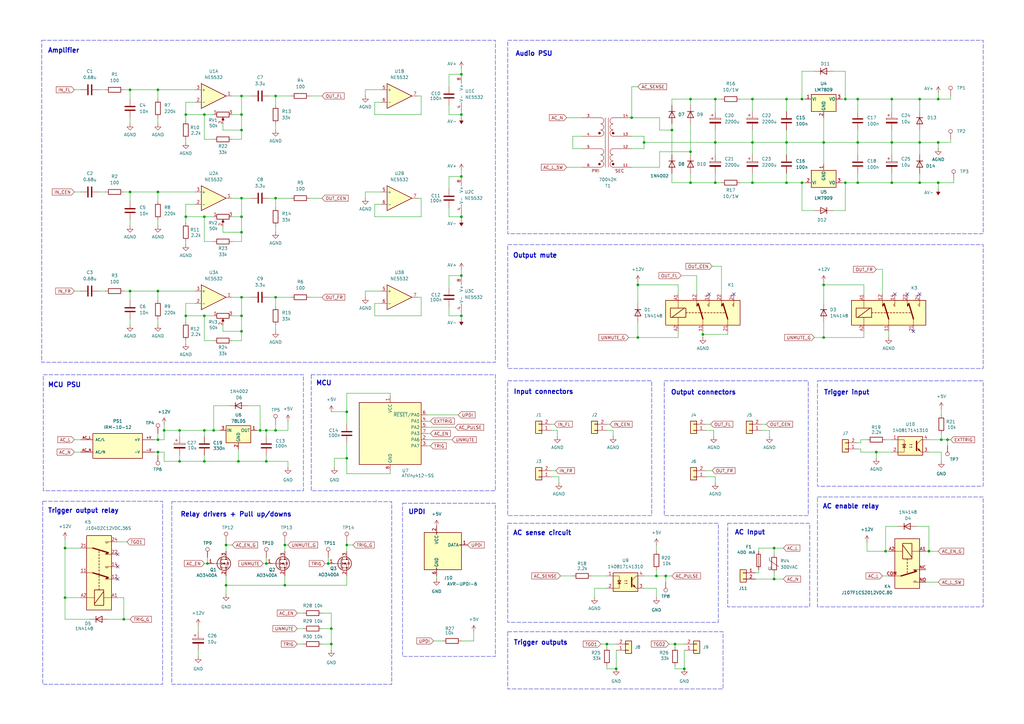
<source format=kicad_sch>
(kicad_sch (version 20231120) (generator "eeschema") (generator_version "8.0")
  (paper "A3")
  (title_block (title "Audio section") (date "2024-08-22") (rev "1"))
  (junction (at 64.77 36.83))
  (junction (at 106.68 176.53))
  (junction (at 189.23 129.54))
  (junction (at 189.23 88.9))
  (junction (at 248.92 264.16))
  (junction (at 67.31 176.53))
  (junction (at 328.93 74.93))
  (junction (at 322.58 40.64))
  (junction (at 53.34 78.74))
  (junction (at 293.37 74.93))
  (junction (at 288.29 137.16))
  (junction (at 83.82 88.9))
  (junction (at 365.76 40.64))
  (junction (at 388.62 180.34))
  (junction (at 273.05 236.22))
  (junction (at 328.93 40.64))
  (junction (at 264.16 58.42))
  (junction (at 116.84 223.52))
  (junction (at 363.22 226.06))
  (junction (at 64.77 78.74))
  (junction (at 275.59 53.34))
  (junction (at 87.63 176.53))
  (junction (at 384.81 74.93))
  (junction (at 64.77 119.38))
  (junction (at 317.5 237.49))
  (junction (at 283.21 74.93))
  (junction (at 64.77 180.34))
  (junction (at 283.21 40.64))
  (junction (at 64.77 185.42))
  (junction (at 116.84 240.03))
  (junction (at 283.21 62.23))
  (junction (at 261.62 138.43))
  (junction (at 384.81 40.64))
  (junction (at 142.24 223.52))
  (junction (at 99.06 121.92))
  (junction (at 99.06 53.34))
  (junction (at 83.82 176.53))
  (junction (at 351.79 74.93))
  (junction (at 92.71 240.03))
  (junction (at 322.58 74.93))
  (junction (at 308.61 74.93))
  (junction (at 109.22 176.53))
  (junction (at 83.82 46.99))
  (junction (at 365.76 74.93))
  (junction (at 252.73 274.32))
  (junction (at 113.03 39.37))
  (junction (at 73.66 189.23))
  (junction (at 377.19 74.93))
  (junction (at 337.82 116.84))
  (junction (at 92.71 223.52))
  (junction (at 384.81 58.42))
  (junction (at 50.8 254))
  (junction (at 337.82 58.42))
  (junction (at 26.67 224.79))
  (junction (at 76.2 129.54))
  (junction (at 189.23 72.39))
  (junction (at 308.61 40.64))
  (junction (at 377.19 40.64))
  (junction (at 99.06 95.25))
  (junction (at 53.34 119.38))
  (junction (at 113.03 81.28))
  (junction (at 359.41 185.42))
  (junction (at 381 226.06))
  (junction (at 293.37 40.64))
  (junction (at 76.2 88.9))
  (junction (at 113.03 121.92))
  (junction (at 99.06 88.9))
  (junction (at 99.06 129.54))
  (junction (at 73.66 176.53))
  (junction (at 351.79 58.42))
  (junction (at 109.22 231.14))
  (junction (at 99.06 46.99))
  (junction (at 135.89 257.81))
  (junction (at 83.82 189.23))
  (junction (at 293.37 58.42))
  (junction (at 351.79 40.64))
  (junction (at 276.86 264.16))
  (junction (at 99.06 135.89))
  (junction (at 76.2 46.99))
  (junction (at 386.08 180.34))
  (junction (at 97.79 189.23))
  (junction (at 83.82 129.54))
  (junction (at 26.67 245.11))
  (junction (at 189.23 30.48))
  (junction (at 142.24 187.96))
  (junction (at 317.5 224.79))
  (junction (at 346.71 74.93))
  (junction (at 99.06 39.37))
  (junction (at 189.23 46.99))
  (junction (at 135.89 264.16))
  (junction (at 280.67 274.32))
  (junction (at 322.58 58.42))
  (junction (at 259.08 48.26))
  (junction (at 53.34 36.83))
  (junction (at 99.06 81.28))
  (junction (at 308.61 58.42))
  (junction (at 109.22 189.23))
  (junction (at 377.19 58.42))
  (junction (at 365.76 58.42))
  (junction (at 189.23 113.03))
  (junction (at 142.24 168.91))
  (junction (at 337.82 138.43))
  (junction (at 269.24 236.22))
  (junction (at 85.09 231.14))
  (junction (at 346.71 40.64))
  (junction (at 261.62 116.84))
  (junction (at 113.03 176.53))
  (junction (at 134.62 231.14))
  (no_connect (at 374.65 135.89))
  (no_connect (at 372.11 120.65))
  (no_connect (at 48.26 232.41))
  (no_connect (at 377.19 120.65))
  (no_connect (at 290.83 120.65))
  (no_connect (at 48.26 237.49))
  (no_connect (at 48.26 227.33))
  (no_connect (at 367.03 120.65))
  (no_connect (at 300.99 120.65))
  (wire (pts (xy 308.61 58.42) (xy 308.61 63.5)))
  (wire (pts (xy 259.08 48.26) (xy 270.51 48.26)))
  (wire (pts (xy 172.72 88.9) (xy 153.67 88.9)))
  (wire (pts (xy 50.8 254) (xy 53.34 254)))
  (wire (pts (xy 365.76 58.42) (xy 377.19 58.42)))
  (wire (pts (xy 386.08 167.64) (xy 386.08 170.18)))
  (wire (pts (xy 293.37 40.64) (xy 293.37 45.72)))
  (wire (pts (xy 351.79 181.61) (xy 353.06 181.61)))
  (wire (pts (xy 269.24 236.22) (xy 273.05 236.22)))
  (wire (pts (xy 95.25 121.92) (xy 99.06 121.92)))
  (wire (pts (xy 189.23 45.72) (xy 189.23 46.99)))
  (wire (pts (xy 83.82 129.54) (xy 87.63 129.54)))
  (wire (pts (xy 273.05 236.22) (xy 275.59 236.22)))
  (wire (pts (xy 308.61 40.64) (xy 322.58 40.64)))
  (wire (pts (xy 40.64 36.83) (xy 43.18 36.83)))
  (wire (pts (xy 76.2 129.54) (xy 83.82 129.54)))
  (wire (pts (xy 53.34 40.64) (xy 53.34 36.83)))
  (wire (pts (xy 30.48 185.42) (xy 33.02 185.42)))
  (wire (pts (xy 389.89 57.15) (xy 389.89 58.42)))
  (wire (pts (xy 184.15 35.56) (xy 184.15 30.48)))
  (wire (pts (xy 264.16 58.42) (xy 293.37 58.42)))
  (wire (pts (xy 76.2 129.54) (xy 76.2 132.08)))
  (wire (pts (xy 363.22 226.06) (xy 363.22 215.9)))
  (wire (pts (xy 384.81 58.42) (xy 384.81 60.96)))
  (wire (pts (xy 234.95 60.96) (xy 238.76 60.96)))
  (wire (pts (xy 99.06 81.28) (xy 99.06 88.9)))
  (wire (pts (xy 113.03 50.8) (xy 113.03 53.34)))
  (wire (pts (xy 251.46 176.53) (xy 251.46 179.07)))
  (wire (pts (xy 379.73 226.06) (xy 381 226.06)))
  (wire (pts (xy 110.49 39.37) (xy 113.03 39.37)))
  (wire (pts (xy 91.44 95.25) (xy 99.06 95.25)))
  (wire (pts (xy 270.51 68.58) (xy 270.51 62.23)))
  (wire (pts (xy 26.67 224.79) (xy 33.02 224.79)))
  (wire (pts (xy 261.62 124.46) (xy 261.62 116.84)))
  (wire (pts (xy 353.06 180.34) (xy 355.6 180.34)))
  (polyline (pts (xy 154.178 205.232) (xy 154.432 205.232)))
  (wire (pts (xy 308.61 53.34) (xy 308.61 58.42)))
  (wire (pts (xy 99.06 57.15) (xy 99.06 53.34)))
  (wire (pts (xy 184.15 72.39) (xy 189.23 72.39)))
  (wire (pts (xy 359.41 185.42) (xy 365.76 185.42)))
  (wire (pts (xy 83.82 189.23) (xy 83.82 186.69)))
  (wire (pts (xy 259.08 68.58) (xy 270.51 68.58)))
  (wire (pts (xy 189.23 87.63) (xy 189.23 88.9)))
  (wire (pts (xy 73.66 176.53) (xy 83.82 176.53)))
  (wire (pts (xy 391.16 74.93) (xy 384.81 74.93)))
  (wire (pts (xy 172.72 129.54) (xy 153.67 129.54)))
  (wire (pts (xy 386.08 180.34) (xy 388.62 180.34)))
  (wire (pts (xy 142.24 168.91) (xy 142.24 161.29)))
  (wire (pts (xy 293.37 74.93) (xy 295.91 74.93)))
  (wire (pts (xy 109.22 189.23) (xy 109.22 186.69)))
  (wire (pts (xy 87.63 139.7) (xy 83.82 139.7)))
  (wire (pts (xy 238.76 55.88) (xy 234.95 55.88)))
  (wire (pts (xy 73.66 189.23) (xy 83.82 189.23)))
  (wire (pts (xy 275.59 53.34) (xy 275.59 50.8)))
  (wire (pts (xy 26.67 245.11) (xy 33.02 245.11)))
  (wire (pts (xy 337.82 124.46) (xy 337.82 116.84)))
  (wire (pts (xy 76.2 100.33) (xy 76.2 99.06)))
  (wire (pts (xy 234.95 55.88) (xy 234.95 60.96)))
  (wire (pts (xy 40.64 119.38) (xy 43.18 119.38)))
  (wire (pts (xy 259.08 55.88) (xy 264.16 55.88)))
  (wire (pts (xy 64.77 119.38) (xy 80.01 119.38)))
  (wire (pts (xy 97.79 189.23) (xy 83.82 189.23)))
  (wire (pts (xy 50.8 254) (xy 50.8 245.11)))
  (wire (pts (xy 252.73 274.32) (xy 248.92 274.32)))
  (wire (pts (xy 189.23 110.49) (xy 189.23 113.03)))
  (wire (pts (xy 91.44 95.25) (xy 91.44 92.71)))
  (wire (pts (xy 64.77 48.26) (xy 64.77 50.8)))
  (wire (pts (xy 50.8 36.83) (xy 53.34 36.83)))
  (wire (pts (xy 109.22 228.6) (xy 109.22 231.14)))
  (wire (pts (xy 172.72 81.28) (xy 171.45 81.28)))
  (wire (pts (xy 317.5 234.95) (xy 317.5 237.49)))
  (wire (pts (xy 137.16 187.96) (xy 142.24 187.96)))
  (wire (pts (xy 279.4 113.03) (xy 285.75 113.03)))
  (wire (pts (xy 322.58 40.64) (xy 322.58 45.72)))
  (wire (pts (xy 153.67 46.99) (xy 153.67 41.91)))
  (wire (pts (xy 64.77 180.34) (xy 67.31 180.34)))
  (wire (pts (xy 99.06 88.9) (xy 99.06 95.25)))
  (wire (pts (xy 270.51 48.26) (xy 270.51 53.34)))
  (wire (pts (xy 359.41 185.42) (xy 359.41 187.96)))
  (wire (pts (xy 384.81 40.64) (xy 384.81 38.1)))
  (wire (pts (xy 92.71 240.03) (xy 116.84 240.03)))
  (wire (pts (xy 76.2 58.42) (xy 76.2 57.15)))
  (wire (pts (xy 334.01 86.36) (xy 328.93 86.36)))
  (wire (pts (xy 315.595 176.53) (xy 315.595 179.07)))
  (wire (pts (xy 388.62 180.34) (xy 389.89 180.34)))
  (wire (pts (xy 135.89 257.81) (xy 135.89 264.16)))
  (wire (pts (xy 149.86 81.28) (xy 149.86 78.74)))
  (wire (pts (xy 365.76 40.64) (xy 365.76 45.72)))
  (wire (pts (xy 276.86 264.16) (xy 276.86 265.43)))
  (wire (pts (xy 289.56 193.04) (xy 292.1 193.04)))
  (wire (pts (xy 322.58 58.42) (xy 322.58 63.5)))
  (wire (pts (xy 113.03 81.28) (xy 119.38 81.28)))
  (wire (pts (xy 283.21 40.64) (xy 283.21 43.18)))
  (wire (pts (xy 113.03 39.37) (xy 113.03 43.18)))
  (wire (pts (xy 153.67 41.91) (xy 156.21 41.91)))
  (wire (pts (xy 381 226.06) (xy 384.81 226.06)))
  (wire (pts (xy 283.21 74.93) (xy 293.37 74.93)))
  (wire (pts (xy 283.21 50.8) (xy 283.21 62.23)))
  (wire (pts (xy 63.5 185.42) (xy 64.77 185.42)))
  (wire (pts (xy 135.89 168.91) (xy 142.24 168.91)))
  (wire (pts (xy 83.82 99.06) (xy 83.82 88.9)))
  (wire (pts (xy 149.86 119.38) (xy 156.21 119.38)))
  (wire (pts (xy 53.34 36.83) (xy 64.77 36.83)))
  (wire (pts (xy 85.09 228.6) (xy 85.09 231.14)))
  (wire (pts (xy 274.32 264.16) (xy 276.86 264.16)))
  (wire (pts (xy 175.26 172.72) (xy 176.53 172.72)))
  (wire (pts (xy 248.92 264.16) (xy 248.92 265.43)))
  (wire (pts (xy 257.81 138.43) (xy 261.62 138.43)))
  (wire (pts (xy 270.51 62.23) (xy 283.21 62.23)))
  (wire (pts (xy 334.01 138.43) (xy 337.82 138.43)))
  (wire (pts (xy 135.89 251.46) (xy 135.89 257.81)))
  (wire (pts (xy 365.76 71.12) (xy 365.76 74.93)))
  (wire (pts (xy 149.86 121.92) (xy 149.86 119.38)))
  (wire (pts (xy 354.33 116.84) (xy 354.33 120.65)))
  (wire (pts (xy 298.45 137.16) (xy 298.45 135.89)))
  (wire (pts (xy 53.34 48.26) (xy 53.34 50.8)))
  (wire (pts (xy 116.84 240.03) (xy 142.24 240.03)))
  (wire (pts (xy 269.24 241.3) (xy 269.24 245.11)))
  (wire (pts (xy 353.06 184.15) (xy 351.79 184.15)))
  (wire (pts (xy 288.29 137.16) (xy 288.29 138.43)))
  (wire (pts (xy 346.71 29.21) (xy 346.71 40.64)))
  (wire (pts (xy 107.95 231.14) (xy 109.22 231.14)))
  (wire (pts (xy 64.77 119.38) (xy 64.77 123.19)))
  (wire (pts (xy 293.37 71.12) (xy 293.37 74.93)))
  (wire (pts (xy 175.26 177.8) (xy 176.53 177.8)))
  (wire (pts (xy 341.63 29.21) (xy 346.71 29.21)))
  (wire (pts (xy 91.44 53.34) (xy 91.44 50.8)))
  (wire (pts (xy 76.2 41.91) (xy 76.2 46.99)))
  (wire (pts (xy 83.82 176.53) (xy 87.63 176.53)))
  (wire (pts (xy 337.82 132.08) (xy 337.82 138.43)))
  (wire (pts (xy 184.15 118.11) (xy 184.15 113.03)))
  (wire (pts (xy 30.48 119.38) (xy 33.02 119.38)))
  (wire (pts (xy 384.81 74.93) (xy 384.81 77.47)))
  (wire (pts (xy 30.48 78.74) (xy 33.02 78.74)))
  (wire (pts (xy 377.19 58.42) (xy 377.19 63.5)))
  (wire (pts (xy 113.03 81.28) (xy 113.03 85.09)))
  (wire (pts (xy 232.41 48.26) (xy 238.76 48.26)))
  (wire (pts (xy 226.06 173.99) (xy 227.33 173.99)))
  (wire (pts (xy 311.15 224.79) (xy 317.5 224.79)))
  (wire (pts (xy 95.25 39.37) (xy 99.06 39.37)))
  (wire (pts (xy 345.44 40.64) (xy 346.71 40.64)))
  (wire (pts (xy 76.2 83.82) (xy 76.2 88.9)))
  (wire (pts (xy 73.66 186.69) (xy 73.66 189.23)))
  (wire (pts (xy 346.71 74.93) (xy 351.79 74.93)))
  (wire (pts (xy 133.35 231.14) (xy 134.62 231.14)))
  (wire (pts (xy 275.59 53.34) (xy 275.59 63.5)))
  (wire (pts (xy 189.23 27.94) (xy 189.23 30.48)))
  (wire (pts (xy 142.24 194.31) (xy 160.02 194.31)))
  (wire (pts (xy 184.15 46.99) (xy 189.23 46.99)))
  (wire (pts (xy 64.77 185.42) (xy 64.77 186.69)))
  (wire (pts (xy 377.19 40.64) (xy 384.81 40.64)))
  (wire (pts (xy 379.73 238.76) (xy 384.81 238.76)))
  (wire (pts (xy 87.63 166.37) (xy 87.63 176.53)))
  (wire (pts (xy 76.2 140.97) (xy 76.2 139.7)))
  (wire (pts (xy 276.86 274.32) (xy 276.86 273.05)))
  (wire (pts (xy 308.61 40.64) (xy 308.61 45.72)))
  (wire (pts (xy 184.15 125.73) (xy 184.15 129.54)))
  (wire (pts (xy 99.06 121.92) (xy 102.87 121.92)))
  (wire (pts (xy 106.68 176.53) (xy 109.22 176.53)))
  (wire (pts (xy 153.67 129.54) (xy 153.67 124.46)))
  (wire (pts (xy 92.71 223.52) (xy 95.25 223.52)))
  (wire (pts (xy 121.92 251.46) (xy 124.46 251.46)))
  (wire (pts (xy 63.5 180.34) (xy 64.77 180.34)))
  (wire (pts (xy 317.5 224.79) (xy 321.31 224.79)))
  (wire (pts (xy 93.98 166.37) (xy 87.63 166.37)))
  (wire (pts (xy 26.67 220.98) (xy 26.67 224.79)))
  (wire (pts (xy 309.88 237.49) (xy 317.5 237.49)))
  (wire (pts (xy 64.77 90.17) (xy 64.77 92.71)))
  (wire (pts (xy 91.44 135.89) (xy 91.44 133.35)))
  (wire (pts (xy 153.67 83.82) (xy 156.21 83.82)))
  (wire (pts (xy 328.93 40.64) (xy 330.2 40.64)))
  (wire (pts (xy 377.19 74.93) (xy 384.81 74.93)))
  (wire (pts (xy 99.06 121.92) (xy 99.06 129.54)))
  (wire (pts (xy 172.72 46.99) (xy 153.67 46.99)))
  (wire (pts (xy 83.82 231.14) (xy 85.09 231.14)))
  (wire (pts (xy 364.49 135.89) (xy 364.49 138.43)))
  (wire (pts (xy 317.5 237.49) (xy 321.31 237.49)))
  (wire (pts (xy 109.22 189.23) (xy 97.79 189.23)))
  (wire (pts (xy 232.41 68.58) (xy 238.76 68.58)))
  (wire (pts (xy 83.82 57.15) (xy 83.82 46.99)))
  (wire (pts (xy 64.77 36.83) (xy 80.01 36.83)))
  (wire (pts (xy 67.31 176.53) (xy 73.66 176.53)))
  (wire (pts (xy 116.84 236.22) (xy 116.84 240.03)))
  (wire (pts (xy 289.56 195.58) (xy 293.37 195.58)))
  (wire (pts (xy 275.59 43.18) (xy 275.59 40.64)))
  (wire (pts (xy 99.06 88.9) (xy 95.25 88.9)))
  (wire (pts (xy 116.84 223.52) (xy 118.11 223.52)))
  (wire (pts (xy 283.21 62.23) (xy 283.21 63.5)))
  (wire (pts (xy 288.29 135.89) (xy 288.29 137.16)))
  (wire (pts (xy 118.11 189.23) (xy 118.11 191.77)))
  (wire (pts (xy 189.23 88.9) (xy 189.23 90.17)))
  (wire (pts (xy 99.06 129.54) (xy 95.25 129.54)))
  (wire (pts (xy 116.84 226.06) (xy 116.84 223.52)))
  (wire (pts (xy 67.31 189.23) (xy 73.66 189.23)))
  (wire (pts (xy 363.22 180.34) (xy 365.76 180.34)))
  (wire (pts (xy 53.34 78.74) (xy 64.77 78.74)))
  (wire (pts (xy 377.19 58.42) (xy 384.81 58.42)))
  (wire (pts (xy 391.16 73.66) (xy 391.16 74.93)))
  (wire (pts (xy 175.26 180.34) (xy 185.42 180.34)))
  (wire (pts (xy 189.23 262.89) (xy 194.31 262.89)))
  (wire (pts (xy 172.72 121.92) (xy 171.45 121.92)))
  (wire (pts (xy 275.59 71.12) (xy 275.59 74.93)))
  (wire (pts (xy 364.49 226.06) (xy 363.22 226.06)))
  (wire (pts (xy 76.2 41.91) (xy 80.01 41.91)))
  (wire (pts (xy 92.71 240.03) (xy 92.71 243.84)))
  (wire (pts (xy 83.82 88.9) (xy 87.63 88.9)))
  (wire (pts (xy 308.61 74.93) (xy 322.58 74.93)))
  (wire (pts (xy 365.76 53.34) (xy 365.76 58.42)))
  (wire (pts (xy 30.48 36.83) (xy 33.02 36.83)))
  (wire (pts (xy 142.24 181.61) (xy 142.24 187.96)))
  (wire (pts (xy 95.25 81.28) (xy 99.06 81.28)))
  (wire (pts (xy 110.49 81.28) (xy 113.03 81.28)))
  (wire (pts (xy 246.38 264.16) (xy 248.92 264.16)))
  (wire (pts (xy 113.03 92.71) (xy 113.03 95.25)))
  (wire (pts (xy 64.77 78.74) (xy 80.01 78.74)))
  (wire (pts (xy 121.92 264.16) (xy 124.46 264.16)))
  (wire (pts (xy 113.03 133.35) (xy 113.03 135.89)))
  (wire (pts (xy 76.2 46.99) (xy 76.2 49.53)))
  (wire (pts (xy 269.24 223.52) (xy 269.24 226.06)))
  (wire (pts (xy 53.34 90.17) (xy 53.34 92.71)))
  (wire (pts (xy 365.76 58.42) (xy 365.76 63.5)))
  (wire (pts (xy 142.24 187.96) (xy 142.24 194.31)))
  (wire (pts (xy 64.77 78.74) (xy 64.77 82.55)))
  (wire (pts (xy 311.15 224.79) (xy 311.15 226.06)))
  (wire (pts (xy 322.58 74.93) (xy 328.93 74.93)))
  (wire (pts (xy 252.73 266.7) (xy 252.73 274.32)))
  (wire (pts (xy 226.06 195.58) (xy 229.235 195.58)))
  (wire (pts (xy 337.82 116.84) (xy 354.33 116.84)))
  (wire (pts (xy 172.72 39.37) (xy 171.45 39.37)))
  (wire (pts (xy 189.23 129.54) (xy 189.23 130.81)))
  (wire (pts (xy 351.79 74.93) (xy 365.76 74.93)))
  (wire (pts (xy 273.05 236.22) (xy 273.05 238.76)))
  (wire (pts (xy 92.71 222.25) (xy 92.71 223.52)))
  (wire (pts (xy 248.92 173.99) (xy 250.19 173.99)))
  (wire (pts (xy 328.93 74.93) (xy 330.2 74.93)))
  (wire (pts (xy 127 39.37) (xy 132.08 39.37)))
  (wire (pts (xy 381 215.9) (xy 375.92 215.9)))
  (wire (pts (xy 50.8 119.38) (xy 53.34 119.38)))
  (wire (pts (xy 109.22 176.53) (xy 113.03 176.53)))
  (wire (pts (xy 377.19 71.12) (xy 377.19 74.93)))
  (wire (pts (xy 91.44 53.34) (xy 99.06 53.34)))
  (wire (pts (xy 261.62 132.08) (xy 261.62 138.43)))
  (wire (pts (xy 285.75 113.03) (xy 285.75 120.65)))
  (wire (pts (xy 328.93 29.21) (xy 328.93 40.64)))
  (wire (pts (xy 76.2 88.9) (xy 83.82 88.9)))
  (wire (pts (xy 184.15 113.03) (xy 189.23 113.03)))
  (wire (pts (xy 101.6 166.37) (xy 106.68 166.37)))
  (wire (pts (xy 243.84 245.11) (xy 243.84 241.3)))
  (wire (pts (xy 365.76 40.64) (xy 377.19 40.64)))
  (wire (pts (xy 261.62 116.84) (xy 278.13 116.84)))
  (wire (pts (xy 354.33 138.43) (xy 354.33 135.89)))
  (wire (pts (xy 87.63 176.53) (xy 90.17 176.53)))
  (wire (pts (xy 175.26 170.18) (xy 187.96 170.18)))
  (wire (pts (xy 99.06 139.7) (xy 95.25 139.7)))
  (wire (pts (xy 226.06 176.53) (xy 228.6 176.53)))
  (wire (pts (xy 184.15 85.09) (xy 184.15 88.9)))
  (wire (pts (xy 132.08 264.16) (xy 135.89 264.16)))
  (wire (pts (xy 242.57 236.22) (xy 248.92 236.22)))
  (wire (pts (xy 26.67 224.79) (xy 26.67 245.11)))
  (wire (pts (xy 293.37 195.58) (xy 293.37 198.12)))
  (wire (pts (xy 351.79 40.64) (xy 351.79 45.72)))
  (wire (pts (xy 261.62 138.43) (xy 278.13 138.43)))
  (wire (pts (xy 99.06 46.99) (xy 95.25 46.99)))
  (wire (pts (xy 67.31 176.53) (xy 67.31 173.99)))
  (wire (pts (xy 48.26 222.25) (xy 52.07 222.25)))
  (wire (pts (xy 248.92 274.32) (xy 248.92 273.05)))
  (wire (pts (xy 283.21 40.64) (xy 293.37 40.64)))
  (wire (pts (xy 76.2 46.99) (xy 83.82 46.99)))
  (wire (pts (xy 142.24 222.25) (xy 142.24 223.52)))
  (wire (pts (xy 363.22 215.9) (xy 368.3 215.9)))
  (wire (pts (xy 99.06 129.54) (xy 99.06 135.89)))
  (wire (pts (xy 64.77 36.83) (xy 64.77 40.64)))
  (wire (pts (xy 184.15 43.18) (xy 184.15 46.99)))
  (wire (pts (xy 99.06 81.28) (xy 102.87 81.28)))
  (wire (pts (xy 67.31 185.42) (xy 67.31 189.23)))
  (wire (pts (xy 270.51 53.34) (xy 275.59 53.34)))
  (wire (pts (xy 149.86 78.74) (xy 156.21 78.74)))
  (wire (pts (xy 269.24 236.22) (xy 269.24 233.68)))
  (wire (pts (xy 99.06 99.06) (xy 99.06 95.25)))
  (wire (pts (xy 377.19 53.34) (xy 377.19 58.42)))
  (wire (pts (xy 341.63 86.36) (xy 346.71 86.36)))
  (wire (pts (xy 113.03 39.37) (xy 119.38 39.37)))
  (wire (pts (xy 142.24 226.06) (xy 142.24 223.52)))
  (wire (pts (xy 264.16 241.3) (xy 269.24 241.3)))
  (wire (pts (xy 278.13 116.84) (xy 278.13 120.65)))
  (wire (pts (xy 311.15 233.68) (xy 311.15 234.95)))
  (wire (pts (xy 118.11 176.53) (xy 118.11 172.72)))
  (wire (pts (xy 303.53 40.64) (xy 308.61 40.64)))
  (wire (pts (xy 175.26 182.88) (xy 176.53 182.88)))
  (wire (pts (xy 189.23 128.27) (xy 189.23 129.54)))
  (wire (pts (xy 276.86 264.16) (xy 280.67 264.16)))
  (wire (pts (xy 99.06 139.7) (xy 99.06 135.89)))
  (wire (pts (xy 278.13 138.43) (xy 278.13 135.89)))
  (wire (pts (xy 289.56 173.99) (xy 291.465 173.99)))
  (wire (pts (xy 361.95 110.49) (xy 361.95 120.65)))
  (wire (pts (xy 275.59 40.64) (xy 283.21 40.64)))
  (wire (pts (xy 67.31 180.34) (xy 67.31 176.53)))
  (wire (pts (xy 261.62 115.57) (xy 261.62 116.84)))
  (wire (pts (xy 127 121.92) (xy 132.08 121.92)))
  (wire (pts (xy 295.91 109.22) (xy 295.91 120.65)))
  (wire (pts (xy 73.66 176.53) (xy 73.66 179.07)))
  (wire (pts (xy 275.59 74.93) (xy 283.21 74.93)))
  (wire (pts (xy 248.92 176.53) (xy 251.46 176.53)))
  (wire (pts (xy 359.41 110.49) (xy 361.95 110.49)))
  (wire (pts (xy 160.02 161.29) (xy 160.02 162.56)))
  (wire (pts (xy 351.79 53.34) (xy 351.79 58.42)))
  (wire (pts (xy 377.19 40.64) (xy 377.19 45.72)))
  (wire (pts (xy 121.92 257.81) (xy 124.46 257.81)))
  (wire (pts (xy 87.63 57.15) (xy 83.82 57.15)))
  (wire (pts (xy 83.82 176.53) (xy 83.82 179.07)))
  (wire (pts (xy 351.79 71.12) (xy 351.79 74.93)))
  (wire (pts (xy 142.24 223.52) (xy 144.78 223.52)))
  (wire (pts (xy 292.735 176.53) (xy 292.735 179.07)))
  (wire (pts (xy 81.28 256.54) (xy 81.28 259.08)))
  (wire (pts (xy 293.37 53.34) (xy 293.37 58.42)))
  (wire (pts (xy 132.08 257.81) (xy 135.89 257.81)))
  (wire (pts (xy 346.71 86.36) (xy 346.71 74.93)))
  (wire (pts (xy 334.01 29.21) (xy 328.93 29.21)))
  (wire (pts (xy 259.08 60.96) (xy 264.16 60.96)))
  (wire (pts (xy 184.15 30.48) (xy 189.23 30.48)))
  (wire (pts (xy 53.34 130.81) (xy 53.34 133.35)))
  (wire (pts (xy 386.08 185.42) (xy 386.08 189.23)))
  (wire (pts (xy 283.21 74.93) (xy 283.21 71.12)))
  (wire (pts (xy 337.82 48.26) (xy 337.82 58.42)))
  (wire (pts (xy 109.22 189.23) (xy 118.11 189.23)))
  (wire (pts (xy 308.61 58.42) (xy 322.58 58.42)))
  (wire (pts (xy 113.03 173.99) (xy 113.03 176.53)))
  (wire (pts (xy 26.67 254) (xy 36.83 254)))
  (wire (pts (xy 229.87 236.22) (xy 234.95 236.22)))
  (wire (pts (xy 53.34 123.19) (xy 53.34 119.38)))
  (wire (pts (xy 337.82 115.57) (xy 337.82 116.84)))
  (wire (pts (xy 97.79 189.23) (xy 97.79 184.15)))
  (wire (pts (xy 303.53 74.93) (xy 308.61 74.93)))
  (wire (pts (xy 351.79 58.42) (xy 365.76 58.42)))
  (wire (pts (xy 53.34 82.55) (xy 53.34 78.74)))
  (wire (pts (xy 388.62 180.34) (xy 388.62 182.88)))
  (wire (pts (xy 322.58 58.42) (xy 337.82 58.42)))
  (wire (pts (xy 142.24 161.29) (xy 160.02 161.29)))
  (wire (pts (xy 243.84 241.3) (xy 248.92 241.3)))
  (wire (pts (xy 312.42 176.53) (xy 315.595 176.53)))
  (wire (pts (xy 135.89 264.16) (xy 135.89 266.7)))
  (wire (pts (xy 189.23 46.99) (xy 189.23 48.26)))
  (wire (pts (xy 53.34 119.38) (xy 64.77 119.38)))
  (wire (pts (xy 280.67 274.32) (xy 276.86 274.32)))
  (wire (pts (xy 226.06 193.04) (xy 227.965 193.04)))
  (wire (pts (xy 175.26 175.26) (xy 186.69 175.26)))
  (wire (pts (xy 261.62 35.56) (xy 259.08 35.56)))
  (wire (pts (xy 105.41 176.53) (xy 106.68 176.53)))
  (wire (pts (xy 99.06 39.37) (xy 99.06 46.99)))
  (wire (pts (xy 248.92 264.16) (xy 252.73 264.16)))
  (wire (pts (xy 30.48 180.34) (xy 33.02 180.34)))
  (wire (pts (xy 76.2 83.82) (xy 80.01 83.82)))
  (wire (pts (xy 87.63 99.06) (xy 83.82 99.06)))
  (wire (pts (xy 92.71 226.06) (xy 92.71 223.52)))
  (wire (pts (xy 351.79 58.42) (xy 351.79 63.5)))
  (wire (pts (xy 110.49 121.92) (xy 113.03 121.92)))
  (wire (pts (xy 292.1 109.22) (xy 295.91 109.22)))
  (wire (pts (xy 365.76 74.93) (xy 377.19 74.93)))
  (wire (pts (xy 76.2 124.46) (xy 80.01 124.46)))
  (wire (pts (xy 353.06 185.42) (xy 359.41 185.42)))
  (wire (pts (xy 280.67 266.7) (xy 280.67 274.32)))
  (wire (pts (xy 142.24 173.99) (xy 142.24 168.91)))
  (wire (pts (xy 345.44 74.93) (xy 346.71 74.93)))
  (wire (pts (xy 259.08 35.56) (xy 259.08 48.26)))
  (wire (pts (xy 322.58 71.12) (xy 322.58 74.93)))
  (wire (pts (xy 337.82 58.42) (xy 351.79 58.42)))
  (wire (pts (xy 83.82 46.99) (xy 87.63 46.99)))
  (wire (pts (xy 160.02 193.04) (xy 160.02 194.31)))
  (wire (pts (xy 189.23 69.85) (xy 189.23 72.39)))
  (wire (pts (xy 81.28 266.7) (xy 81.28 269.24)))
  (wire (pts (xy 99.06 99.06) (xy 95.25 99.06)))
  (wire (pts (xy 322.58 40.64) (xy 328.93 40.64)))
  (wire (pts (xy 386.08 180.34) (xy 386.08 177.8)))
  (wire (pts (xy 381 185.42) (xy 386.08 185.42)))
  (wire (pts (xy 293.37 58.42) (xy 293.37 63.5)))
  (wire (pts (xy 172.72 121.92) (xy 172.72 129.54)))
  (wire (pts (xy 184.15 129.54) (xy 189.23 129.54)))
  (wire (pts (xy 64.77 185.42) (xy 67.31 185.42)))
  (wire (pts (xy 113.03 121.92) (xy 113.03 125.73)))
  (wire (pts (xy 328.93 86.36) (xy 328.93 74.93)))
  (wire (pts (xy 346.71 40.64) (xy 351.79 40.64)))
  (wire (pts (xy 389.89 40.64) (xy 384.81 40.64)))
  (wire (pts (xy 361.95 236.22) (xy 364.49 236.22)))
  (wire (pts (xy 317.5 224.79) (xy 317.5 227.33)))
  (wire (pts (xy 99.06 39.37) (xy 102.87 39.37)))
  (wire (pts (xy 172.72 39.37) (xy 172.72 46.99)))
  (wire (pts (xy 76.2 124.46) (xy 76.2 129.54)))
  (wire (pts (xy 109.22 176.53) (xy 109.22 179.07)))
  (wire (pts (xy 64.77 130.81) (xy 64.77 133.35)))
  (wire (pts (xy 153.67 88.9) (xy 153.67 83.82)))
  (wire (pts (xy 113.03 121.92) (xy 119.38 121.92)))
  (wire (pts (xy 381 180.34) (xy 386.08 180.34)))
  (wire (pts (xy 76.2 88.9) (xy 76.2 91.44)))
  (wire (pts (xy 389.89 58.42) (xy 384.81 58.42)))
  (wire (pts (xy 64.77 177.8) (xy 64.77 180.34)))
  (wire (pts (xy 92.71 236.22) (xy 92.71 240.03)))
  (wire (pts (xy 264.16 55.88) (xy 264.16 58.42)))
  (wire (pts (xy 228.6 176.53) (xy 228.6 179.07)))
  (wire (pts (xy 99.06 46.99) (xy 99.06 53.34)))
  (wire (pts (xy 308.61 71.12) (xy 308.61 74.93)))
  (wire (pts (xy 229.235 195.58) (xy 229.235 198.12)))
  (wire (pts (xy 184.15 77.47) (xy 184.15 72.39)))
  (wire (pts (xy 355.6 226.06) (xy 355.6 222.25)))
  (wire (pts (xy 389.89 39.37) (xy 389.89 40.64)))
  (wire (pts (xy 113.03 176.53) (xy 118.11 176.53)))
  (wire (pts (xy 48.26 245.11) (xy 50.8 245.11)))
  (wire (pts (xy 311.15 234.95) (xy 309.88 234.95)))
  (wire (pts (xy 50.8 78.74) (xy 53.34 78.74)))
  (wire (pts (xy 91.44 135.89) (xy 99.06 135.89)))
  (wire (pts (xy 83.82 139.7) (xy 83.82 129.54)))
  (wire (pts (xy 353.06 185.42) (xy 353.06 184.15)))
  (wire (pts (xy 288.29 137.16) (xy 298.45 137.16)))
  (wire (pts (xy 264.16 236.22) (xy 269.24 236.22)))
  (wire (pts (xy 26.67 245.11) (xy 26.67 254)))
  (wire (pts (xy 194.31 259.08) (xy 194.31 262.89)))
  (wire (pts (xy 337.82 138.43) (xy 354.33 138.43)))
  (wire (pts (xy 127 81.28) (xy 132.08 81.28)))
  (wire (pts (xy 40.64 78.74) (xy 43.18 78.74)))
  (wire (pts (xy 149.86 39.37) (xy 149.86 36.83)))
  (wire (pts (xy 293.37 58.42) (xy 308.61 58.42)))
  (wire (pts (xy 312.42 173.99) (xy 314.325 173.99)))
  (wire (pts (xy 153.67 124.46) (xy 156.21 124.46)))
  (wire (pts (xy 264.16 58.42) (xy 264.16 60.96)))
  (wire (pts (xy 184.15 88.9) (xy 189.23 88.9)))
  (wire (pts (xy 142.24 236.22) (xy 142.24 240.03)))
  (wire (pts (xy 179.07 236.22) (xy 179.07 237.49)))
  (wire (pts (xy 172.72 81.28) (xy 172.72 88.9)))
  (wire (pts (xy 322.58 53.34) (xy 322.58 58.42)))
  (wire (pts (xy 44.45 254) (xy 50.8 254)))
  (wire (pts (xy 177.8 262.89) (xy 181.61 262.89)))
  (wire (pts (xy 99.06 57.15) (xy 95.25 57.15)))
  (wire (pts (xy 355.6 226.06) (xy 363.22 226.06)))
  (wire (pts (xy 132.08 251.46) (xy 135.89 251.46)))
  (wire (pts (xy 116.84 222.25) (xy 116.84 223.52)))
  (wire (pts (xy 293.37 40.64) (xy 295.91 40.64)))
  (wire (pts (xy 289.56 176.53) (xy 292.735 176.53)))
  (wire (pts (xy 134.62 228.6) (xy 134.62 231.14)))
  (wire (pts (xy 106.68 166.37) (xy 106.68 176.53)))
  (wire (pts (xy 149.86 36.83) (xy 156.21 36.83)))
  (wire (pts (xy 337.82 58.42) (xy 337.82 67.31)))
  (wire (pts (xy 137.16 191.77) (xy 137.16 187.96)))
  (wire (pts (xy 351.79 40.64) (xy 365.76 40.64)))
  (wire (pts (xy 381 226.06) (xy 381 215.9)))
  (wire (pts (xy 353.06 181.61) (xy 353.06 180.34)))
  (rectangle (start 17.78 153.67) (end 124.46 201.295) (stroke (width 0) (type dash)))
  (rectangle (start 17.145 16.51) (end 203.2 148.59) (stroke (width 0) (type dash)))
  (rectangle (start 208.28 214.63) (end 294.64 255.27) (stroke (width 0) (type dash)))
  (rectangle (start 335.28 156.21) (end 403.225 199.39) (stroke (width 0) (type dash)))
  (rectangle (start 208.28 156.21) (end 267.335 211.455) (stroke (width 0) (type dash)))
  (rectangle (start 208.28 259.08) (end 296.545 282.575) (stroke (width 0) (type dash)))
  (rectangle (start 208.28 100.33) (end 403.225 151.13) (stroke (width 0) (type dash)))
  (rectangle (start 298.45 214.63) (end 332.105 248.92) (stroke (width 0) (type dash)))
  (rectangle (start 70.485 205.74) (end 160.655 280.67) (stroke (width 0) (type dash)))
  (rectangle (start 208.28 16.51) (end 403.225 95.885) (stroke (width 0) (type dash)))
  (rectangle (start 127.635 153.67) (end 203.2 201.295) (stroke (width 0) (type dash)))
  (rectangle (start 17.526 205.613) (end 66.675 280.67) (stroke (width 0) (type dash)))
  (rectangle (start 165.1 206.375) (end 203.2 269.24) (stroke (width 0) (type dash)))
  (rectangle (start 272.415 156.21) (end 331.47 211.455) (stroke (width 0) (type dash)))
  (rectangle (start 335.28 203.835) (end 403.225 248.92) (stroke (width 0) (type dash)))
  (text "Output connectors" (at 275.082 161.036 0) (effects (font (size 1.905 1.905) (thickness 0.381) (bold yes)) (justify left)))
  (text "Amplifier" (at 19.558 20.828 0) (effects (font (size 1.905 1.905) (thickness 0.381) (bold yes)) (justify left)))
  (text "AC sense circuit" (at 210.312 218.694 0) (effects (font (size 1.905 1.905) (thickness 0.381) (bold yes)) (justify left)))
  (text "Relay drivers + Pull up/downs" (at 73.914 211.074 0) (effects (font (size 1.905 1.905) (thickness 0.381) (bold yes)) (justify left)))
  (text "Trigger input" (at 337.82 161.036 0) (effects (font (size 1.905 1.905) (thickness 0.381) (bold yes)) (justify left)))
  (text "Audio PSU\n" (at 211.328 22.098 0) (effects (font (size 1.905 1.905) (thickness 0.381) (bold yes)) (justify left)))
  (text "Trigger outputs" (at 210.566 263.652 0) (effects (font (size 1.905 1.905) (thickness 0.381) (bold yes)) (justify left)))
  (text "Trigger output relay" (at 19.558 209.55 0) (effects (font (size 1.905 1.905) (thickness 0.381) (bold yes)) (justify left)))
  (text "Output mute" (at 210.312 104.902 0) (effects (font (size 1.905 1.905) (thickness 0.381) (bold yes)) (justify left)))
  (text "MCU PSU" (at 19.558 157.988 0) (effects (font (size 1.905 1.905) (thickness 0.381) (bold yes)) (justify left)))
  (text "AC Input" (at 301.244 218.44 0) (effects (font (size 1.905 1.905) (thickness 0.381) (bold yes)) (justify left)))
  (text "Input connectors" (at 210.566 160.782 0) (effects (font (size 1.905 1.905) (thickness 0.381) (bold yes)) (justify left)))
  (text "AC enable relay" (at 337.312 207.772 0) (effects (font (size 1.905 1.905) (thickness 0.381) (bold yes)) (justify left)))
  (text "UPDI" (at 167.386 210.058 0) (effects (font (size 1.905 1.905) (thickness 0.381) (bold yes)) (justify left)))
  (text "MCU" (at 129.54 157.226 0) (effects (font (size 1.905 1.905) (thickness 0.381) (bold yes)) (justify left)))
  (global_label "AC_PULSE" (shape input) (at 186.69 175.26 0) (property "Intersheetrefs" "${INTERSHEET_REFS}" (effects (hide yes))))
  (global_label "UNMUTE_G" (shape input) (at 257.81 138.43 180) (property "Intersheetrefs" "${INTERSHEET_REFS}" (effects (hide yes))))
  (global_label "TRIG" (shape input) (at 133.35 231.14 180) (property "Intersheetrefs" "${INTERSHEET_REFS}" (effects (hide yes))))
  (global_label "OUT_CEN" (shape input) (at 292.1 109.22 180) (property "Intersheetrefs" "${INTERSHEET_REFS}" (effects (hide yes))))
  (global_label "TGO1" (shape input) (at 52.07 222.25 0) (property "Intersheetrefs" "${INTERSHEET_REFS}" (effects (hide yes))))
  (global_label "AC_EN_G" (shape input) (at 95.25 223.52 0) (property "Intersheetrefs" "${INTERSHEET_REFS}" (effects (hide yes))))
  (global_label "AC_EN" (shape input) (at 121.92 251.46 180) (property "Intersheetrefs" "${INTERSHEET_REFS}" (effects (hide yes))))
  (global_label "OUT_FR" (shape input) (at 132.08 121.92 0) (property "Intersheetrefs" "${INTERSHEET_REFS}" (effects (hide yes))))
  (global_label "OUT_FL" (shape input) (at 132.08 39.37 0) (property "Intersheetrefs" "${INTERSHEET_REFS}" (effects (hide yes))))
  (global_label "AC_L" (shape input) (at 30.48 180.34 180) (property "Intersheetrefs" "${INTERSHEET_REFS}" (effects (hide yes))))
  (global_label "OUT_FL" (shape input) (at 291.465 173.99 0) (property "Intersheetrefs" "${INTERSHEET_REFS}" (effects (hide yes))))
  (global_label "AC_EN" (shape input) (at 176.53 177.8 0) (property "Intersheetrefs" "${INTERSHEET_REFS}" (effects (hide yes))))
  (global_label "OUT_FR" (shape input) (at 292.1 193.04 0) (property "Intersheetrefs" "${INTERSHEET_REFS}" (effects (hide yes))))
  (global_label "AC_L" (shape input) (at 321.31 224.79 0) (property "Intersheetrefs" "${INTERSHEET_REFS}" (effects (hide yes))))
  (global_label "AC_L_SW" (shape input) (at 232.41 68.58 180) (property "Intersheetrefs" "${INTERSHEET_REFS}" (effects (hide yes))))
  (global_label "UPDI" (shape input) (at 177.8 262.89 180) (property "Intersheetrefs" "${INTERSHEET_REFS}" (effects (hide yes))))
  (global_label "UNMUTE" (shape input) (at 185.42 180.34 0) (property "Intersheetrefs" "${INTERSHEET_REFS}" (effects (hide yes))))
  (global_label "OUT_FR" (shape input) (at 359.41 110.49 180) (property "Intersheetrefs" "${INTERSHEET_REFS}" (effects (hide yes))))
  (global_label "AC_L" (shape input) (at 361.95 236.22 180) (property "Intersheetrefs" "${INTERSHEET_REFS}" (effects (hide yes))))
  (global_label "AC_EN_G" (shape input) (at 384.81 226.06 0) (property "Intersheetrefs" "${INTERSHEET_REFS}" (effects (hide yes))))
  (global_label "IN_CEN" (shape input) (at 250.19 173.99 0) (property "Intersheetrefs" "${INTERSHEET_REFS}" (effects (hide yes))))
  (global_label "AC_N" (shape input) (at 321.31 237.49 0) (property "Intersheetrefs" "${INTERSHEET_REFS}" (effects (hide yes))))
  (global_label "TRIG" (shape input) (at 121.92 264.16 180) (property "Intersheetrefs" "${INTERSHEET_REFS}" (effects (hide yes))))
  (global_label "AC_N" (shape input) (at 30.48 185.42 180) (property "Intersheetrefs" "${INTERSHEET_REFS}" (effects (hide yes))))
  (global_label "UNMUTE" (shape input) (at 107.95 231.14 180) (property "Intersheetrefs" "${INTERSHEET_REFS}" (effects (hide yes))))
  (global_label "TRIG_G" (shape input) (at 53.34 254 0) (property "Intersheetrefs" "${INTERSHEET_REFS}" (effects (hide yes))))
  (global_label "IN_FL" (shape input) (at 30.48 36.83 180) (property "Intersheetrefs" "${INTERSHEET_REFS}" (effects (hide yes))))
  (global_label "OUT_CEN" (shape input) (at 132.08 81.28 0) (property "Intersheetrefs" "${INTERSHEET_REFS}" (effects (hide yes))))
  (global_label "UPDI" (shape input) (at 187.96 170.18 0) (property "Intersheetrefs" "${INTERSHEET_REFS}" (effects (hide yes))))
  (global_label "UPDI" (shape input) (at 191.77 223.52 0) (property "Intersheetrefs" "${INTERSHEET_REFS}" (effects (hide yes))))
  (global_label "TGO2" (shape input) (at 274.32 264.16 180) (property "Intersheetrefs" "${INTERSHEET_REFS}" (effects (hide yes))))
  (global_label "TGO1" (shape input) (at 246.38 264.16 180) (property "Intersheetrefs" "${INTERSHEET_REFS}" (effects (hide yes))))
  (global_label "EXTTRIG" (shape input) (at 176.53 172.72 0) (property "Intersheetrefs" "${INTERSHEET_REFS}" (effects (hide yes))))
  (global_label "OUT_FL" (shape input) (at 279.4 113.03 180) (property "Intersheetrefs" "${INTERSHEET_REFS}" (effects (hide yes))))
  (global_label "AC_SENSE" (shape input) (at 229.87 236.22 180) (property "Intersheetrefs" "${INTERSHEET_REFS}" (effects (hide yes))))
  (global_label "AC_N" (shape input) (at 232.41 48.26 180) (property "Intersheetrefs" "${INTERSHEET_REFS}" (effects (hide yes))))
  (global_label "UNMUTE" (shape input) (at 121.92 257.81 180) (property "Intersheetrefs" "${INTERSHEET_REFS}" (effects (hide yes))))
  (global_label "IN_FR" (shape input) (at 30.48 119.38 180) (property "Intersheetrefs" "${INTERSHEET_REFS}" (effects (hide yes))))
  (global_label "AC_SENSE" (shape input) (at 261.62 35.56 0) (property "Intersheetrefs" "${INTERSHEET_REFS}" (effects (hide yes))))
  (global_label "EXTTRIG" (shape input) (at 389.89 180.34 0) (property "Intersheetrefs" "${INTERSHEET_REFS}" (effects (hide yes))))
  (global_label "IN_CEN" (shape input) (at 30.48 78.74 180) (property "Intersheetrefs" "${INTERSHEET_REFS}" (effects (hide yes))))
  (global_label "UNMUTE_G" (shape input) (at 118.11 223.52 0) (property "Intersheetrefs" "${INTERSHEET_REFS}" (effects (hide yes))))
  (global_label "IN_FL" (shape input) (at 227.33 173.99 0) (property "Intersheetrefs" "${INTERSHEET_REFS}" (effects (hide yes))))
  (global_label "AC_L_SW" (shape input) (at 384.81 238.76 0) (property "Intersheetrefs" "${INTERSHEET_REFS}" (effects (hide yes))))
  (global_label "TRIG_G" (shape input) (at 144.78 223.52 0) (property "Intersheetrefs" "${INTERSHEET_REFS}" (effects (hide yes))))
  (global_label "UNMUTE_G" (shape input) (at 334.01 138.43 180) (property "Intersheetrefs" "${INTERSHEET_REFS}" (effects (hide yes))))
  (global_label "TRIG" (shape input) (at 176.53 182.88 0) (property "Intersheetrefs" "${INTERSHEET_REFS}" (effects (hide yes))))
  (global_label "OUT_CEN" (shape input) (at 314.325 173.99 0) (property "Intersheetrefs" "${INTERSHEET_REFS}" (effects (hide yes))))
  (global_label "IN_FR" (shape input) (at 227.965 193.04 0) (property "Intersheetrefs" "${INTERSHEET_REFS}" (effects (hide yes))))
  (global_label "AC_PULSE" (shape input) (at 275.59 236.22 0) (property "Intersheetrefs" "${INTERSHEET_REFS}" (effects (hide yes))))
  (global_label "AC_EN" (shape input) (at 83.82 231.14 180) (property "Intersheetrefs" "${INTERSHEET_REFS}" (effects (hide yes))))
  (symbol (lib_id "Diode:1N4002") (at 275.59 67.31 270) (unit 1)
    (property "Reference" "D8" (at 278.13 67.3099 90) (effects (justify left)))
    (property "Value" "1N4002" (effects (hide yes)))
    (property "Footprint" "Diode_THT:D_DO-41_SOD81_P10.16mm_Horizontal" (effects (hide yes)))
    (property "Datasheet" "http://www.vishay.com/docs/88503/1n4001.pdf" (effects (hide yes)))
    (property "Description" "100V 1A General Purpose Rectifier Diode, DO-41" (effects (hide yes)))
    (property "Sim.Device" "D" (effects (hide yes)))
    (property "Sim.Pins" "1=K 2=A" (effects (hide yes)))
  )
  (symbol (lib_id "Device:R") (at 299.72 40.64 90) (unit 1)
    (property "Reference" "R16" (at 299.72 34.29 90))
    (property "Value" "10/1W" (at 299.72 36.83 90))
    (property "Footprint" "Resistor_THT:R_Axial_DIN0411_L9.9mm_D3.6mm_P12.70mm_Horizontal" (effects (hide yes)))
    (property "Description" "Resistor" (effects (hide yes)))
  )
  (symbol (lib_id "power:GND") (at 92.71 243.84 0) (unit 1)
    (property "Reference" "#PWR0125" (effects (hide yes)))
    (property "Value" "GND" (at 92.71 248.92 0))
    (property "Description" "Power symbol creates a global label with name \"GND\" , ground" (effects (hide yes)))
  )
  (symbol (lib_id "Device:D") (at 372.11 215.9 0) (mirror x) (unit 1)
    (property "Reference" "D4" (at 372.364 212.598 0))
    (property "Value" "1N4148" (at 372.364 210.058 0))
    (property "Footprint" "Diode_THT:D_DO-35_SOD27_P7.62mm_Horizontal" (effects (hide yes)))
    (property "Description" "Diode" (effects (hide yes)))
    (property "Sim.Device" "D" (effects (hide yes)))
    (property "Sim.Pins" "1=K 2=A" (effects (hide yes)))
  )
  (symbol (lib_id "Regulator_Linear:L78L05_SOT89") (at 97.79 176.53 0) (unit 1)
    (property "Reference" "U6" (at 97.79 170.18 0))
    (property "Value" "78L05" (at 97.79 172.72 0))
    (property "Footprint" "Package_TO_SOT_SMD:SOT-89-3" (effects (hide yes)))
    (property "Datasheet" "http://www.st.com/content/ccc/resource/technical/document/datasheet/15/55/e5/aa/23/5b/43/fd/CD00000446.pdf/files/CD00000446.pdf/jcr:content/translations/en.CD00000446.pdf" (effects (hide yes)))
    (property "Description" "Positive 100mA 30V Linear Regulator, Fixed Output 5V, SOT-89" (effects (hide yes)))
  )
  (symbol (lib_id "power:GND") (at 113.03 135.89 0) (mirror y) (unit 1)
    (property "Reference" "#PWR0116" (effects (hide yes)))
    (property "Value" "AGND" (at 113.03 140.335 0))
    (property "Description" "Power symbol creates a global label with name \"GND\" , ground" (effects (hide yes)))
  )
  (symbol (lib_id "Device:D") (at 40.64 254 0) (unit 1)
    (property "Reference" "D5" (at 36.068 255.778 0))
    (property "Value" "1N4148" (at 34.544 257.81 0))
    (property "Footprint" "Diode_THT:D_DO-35_SOD27_P7.62mm_Horizontal" (effects (hide yes)))
    (property "Description" "Diode" (effects (hide yes)))
    (property "Sim.Device" "D" (effects (hide yes)))
    (property "Sim.Pins" "1=K 2=A" (effects (hide yes)))
  )
  (symbol (lib_id "Connector:TestPoint") (at 273.05 238.76 180) (unit 1)
    (property "Reference" "TP8" (at 274.828 244.602 0) (effects (justify left)))
    (property "Value" "TestPoint" (effects (hide yes)))
    (property "Footprint" "TestPoint:TestPoint_Pad_D2.0mm" (effects (hide yes)))
    (property "Description" "test point" (effects (hide yes)))
  )
  (symbol (lib_id "Connector_Generic:Conn_01x02") (at 346.71 184.15 180) (unit 1)
    (property "Reference" "J7" (at 346.71 177.8 0))
    (property "Value" "Conn_01x02" (effects (hide yes)))
    (property "Footprint" "Connector_JST:JST_XH_B2B-XH-AM_1x02_P2.50mm_Vertical" (effects (hide yes)))
    (property "Description" "Generic connector, single row, 01x02, script generated (kicad-library-utils/schlib/autogen/connector/)" (effects (hide yes)))
  )
  (symbol (lib_id "power:GND") (at 228.6 179.07 0) (unit 1)
    (property "Reference" "#PWR0142" (effects (hide yes)))
    (property "Value" "AGND" (at 228.6 183.515 0))
    (property "Description" "Power symbol creates a global label with name \"GND\" , ground" (effects (hide yes)))
  )
  (symbol (lib_id "Connector:TestPoint") (at 116.84 222.25 0) (unit 1)
    (property "Reference" "TP13" (at 115.062 216.408 0) (effects (justify left)))
    (property "Value" "TestPoint" (effects (hide yes)))
    (property "Footprint" "TestPoint:TestPoint_Pad_D2.0mm" (effects (hide yes)))
    (property "Description" "test point" (effects (hide yes)))
  )
  (symbol (lib_id "Device:R") (at 113.03 129.54 0) (unit 1)
    (property "Reference" "R15" (at 115.57 128.2699 0) (effects (justify left)))
    (property "Value" "33k" (at 115.57 130.8099 0) (effects (justify left)))
    (property "Footprint" "Resistor_THT:R_Axial_DIN0207_L6.3mm_D2.5mm_P7.62mm_Horizontal" (effects (hide yes)))
    (property "Description" "Resistor" (effects (hide yes)))
  )
  (symbol (lib_id "power:+15V") (at 384.81 38.1 0) (mirror y) (unit 1)
    (property "Reference" "#PWR0150" (effects (hide yes)))
    (property "Value" "AV+" (at 381 36.322 0))
    (property "Description" "Power symbol creates a global label with name \"+15V\"" (effects (hide yes)))
  )
  (symbol (lib_id "power:GND") (at 64.77 92.71 0) (unit 1)
    (property "Reference" "#PWR0112" (effects (hide yes)))
    (property "Value" "AGND" (at 64.77 97.155 0))
    (property "Description" "Power symbol creates a global label with name \"GND\" , ground" (effects (hide yes)))
  )
  (symbol (lib_id "power:GND") (at 386.08 189.23 0) (unit 1)
    (property "Reference" "#PWR0143" (effects (hide yes)))
    (property "Value" "GND" (at 386.08 194.31 0))
    (property "Description" "Power symbol creates a global label with name \"GND\" , ground" (effects (hide yes)))
  )
  (symbol (lib_id "Device:C") (at 106.68 81.28 90) (unit 1)
    (property "Reference" "C8" (at 106.68 73.66 90))
    (property "Value" "3.3u" (at 106.68 76.2 90))
    (property "Footprint" "Capacitor_THT:C_Rect_L13.0mm_W6.0mm_P10.00mm_FKS3_FKP3_MKS4" (effects (hide yes)))
    (property "Description" "Unpolarized capacitor" (effects (hide yes)))
  )
  (symbol (lib_id "Transistor_FET:AO3400A") (at 114.3 231.14 0) (unit 1)
    (property "Reference" "Q2" (at 110.236 233.68 0) (effects (justify left)))
    (property "Value" "AO3400A" (at 105.156 235.966 0) (effects (justify left)))
    (property "Footprint" "Package_TO_SOT_SMD:SOT-23" (effects (hide yes)))
    (property "Datasheet" "http://www.aosmd.com/pdfs/datasheet/AO3400A.pdf" (effects (hide yes)))
    (property "Description" "30V Vds, 5.7A Id, N-Channel MOSFET, SOT-23" (effects (hide yes)))
  )
  (symbol (lib_id "Device:D") (at 97.79 166.37 0) (mirror x) (unit 1)
    (property "Reference" "D6" (at 98.044 163.068 0))
    (property "Value" "1N4002" (at 98.044 160.528 0))
    (property "Footprint" "Diode_THT:D_DO-41_SOD81_P10.16mm_Horizontal" (effects (hide yes)))
    (property "Description" "Diode" (effects (hide yes)))
    (property "Sim.Device" "D" (effects (hide yes)))
    (property "Sim.Pins" "1=K 2=A" (effects (hide yes)))
  )
  (symbol (lib_id "Device:R") (at 91.44 139.7 90) (unit 1)
    (property "Reference" "R24" (at 91.44 142.494 90))
    (property "Value" "33k" (at 91.44 145.034 90))
    (property "Footprint" "Resistor_THT:R_Axial_DIN0207_L6.3mm_D2.5mm_P7.62mm_Horizontal" (effects (hide yes)))
    (property "Description" "Resistor" (effects (hide yes)))
  )
  (symbol (lib_id "Device:R_Potentiometer") (at 91.44 46.99 90) (mirror x) (unit 1)
    (property "Reference" "RV1" (at 87.376 49.276 90))
    (property "Value" "50k" (at 89.408 51.562 90) (effects (justify left)))
    (property "Footprint" "gain_box:TRIM_PV36W503C01B00" (effects (hide yes)))
    (property "Description" "Potentiometer" (effects (hide yes)))
  )
  (symbol (lib_id "Connector_Generic:Conn_01x02") (at 257.81 266.7 0) (mirror x) (unit 1)
    (property "Reference" "J8" (at 260.35 265.4301 0) (effects (justify left)))
    (property "Value" "Conn_01x02" (effects (hide yes)))
    (property "Footprint" "Connector_JST:JST_XH_B2B-XH-AM_1x02_P2.50mm_Vertical" (effects (hide yes)))
    (property "Description" "Generic connector, single row, 01x02, script generated (kicad-library-utils/schlib/autogen/connector/)" (effects (hide yes)))
  )
  (symbol (lib_id "power:GND") (at 64.77 50.8 0) (unit 1)
    (property "Reference" "#PWR0107" (effects (hide yes)))
    (property "Value" "AGND" (at 64.77 55.245 0))
    (property "Description" "Power symbol creates a global label with name \"GND\" , ground" (effects (hide yes)))
  )
  (symbol (lib_id "power:-15V") (at 189.23 90.17 180) (unit 1)
    (property "Reference" "#PWR0102" (effects (hide yes)))
    (property "Value" "AV-" (at 185.42 91.694 0))
    (property "Description" "Power symbol creates a global label with name \"-15V\"" (effects (hide yes)))
  )
  (symbol (lib_id "Connector:TestPoint") (at 134.62 228.6 0) (unit 1)
    (property "Reference" "TP11" (at 132.842 222.758 0) (effects (justify left)))
    (property "Value" "TestPoint" (effects (hide yes)))
    (property "Footprint" "TestPoint:TestPoint_Pad_D2.0mm" (effects (hide yes)))
    (property "Description" "test point" (effects (hide yes)))
  )
  (symbol (lib_id "power:GND") (at 149.86 39.37 0) (mirror y) (unit 1)
    (property "Reference" "#PWR0121" (effects (hide yes)))
    (property "Value" "AGND" (at 149.86 43.815 0))
    (property "Description" "Power symbol creates a global label with name \"GND\" , ground" (effects (hide yes)))
  )
  (symbol (lib_id "Connector:TestPoint") (at 391.16 73.66 0) (unit 1)
    (property "Reference" "TP3" (at 393.7 70.3579 0) (effects (justify left)))
    (property "Value" "TestPoint" (effects (hide yes)))
    (property "Footprint" "TestPoint:TestPoint_Pad_D2.0mm" (effects (hide yes)))
    (property "Description" "test point" (effects (hide yes)))
  )
  (symbol (lib_id "Device:C") (at 109.22 182.88 0) (unit 1)
    (property "Reference" "C13" (at 113.03 180.848 0) (effects (justify left)))
    (property "Value" "100n" (at 112.776 182.88 0) (effects (justify left)))
    (property "Footprint" "Capacitor_THT:C_Disc_D3.8mm_W2.6mm_P2.50mm" (effects (hide yes)))
    (property "Description" "Unpolarized capacitor" (effects (hide yes)))
  )
  (symbol (lib_id "power:+5V") (at 386.08 167.64 0) (unit 1)
    (property "Reference" "#PWR0144" (effects (hide yes)))
    (property "Value" "+5V" (at 386.08 162.56 0))
    (property "Description" "Power symbol creates a global label with name \"+5V\"" (effects (hide yes)))
  )
  (symbol (lib_id "Device:R") (at 123.19 39.37 270) (mirror x) (unit 1)
    (property "Reference" "R4" (at 123.19 33.02 90))
    (property "Value" "100" (at 123.19 35.56 90))
    (property "Footprint" "Resistor_THT:R_Axial_DIN0207_L6.3mm_D2.5mm_P7.62mm_Horizontal" (effects (hide yes)))
    (property "Description" "Resistor" (effects (hide yes)))
  )
  (symbol (lib_id "Device:R") (at 46.99 119.38 270) (mirror x) (unit 1)
    (property "Reference" "R3" (at 46.99 113.03 90))
    (property "Value" "100" (at 46.99 115.57 90))
    (property "Footprint" "Resistor_THT:R_Axial_DIN0207_L6.3mm_D2.5mm_P7.62mm_Horizontal" (effects (hide yes)))
    (property "Description" "Resistor" (effects (hide yes)))
  )
  (symbol (lib_id "Relay:FINDER-30.22") (at 40.64 234.95 270) (mirror x) (unit 1)
    (property "Reference" "K5" (at 36.068 214.122 90))
    (property "Value" "J104D2C12VDC.36S" (at 44.45 216.662 90))
    (property "Footprint" "Relay_THT:Relay_DPDT_Finder_30.22" (effects (hide yes)))
    (property "Datasheet" "http://gfinder.findernet.com/assets/Series/354/S30EN.pdf" (effects (hide yes)))
    (property "Description" "FINDER 30.52, Dual Pole Relay, Subminiature 5mm Pitch, 2A" (effects (hide yes)))
  )
  (symbol (lib_id "Connector_Generic:Conn_01x02") (at 243.84 176.53 180) (unit 1)
    (property "Reference" "J2" (at 243.84 170.18 0))
    (property "Value" "Conn_01x02" (effects (hide yes)))
    (property "Footprint" "Connector_JST:JST_XH_B2B-XH-AM_1x02_P2.50mm_Vertical" (effects (hide yes)))
    (property "Description" "Generic connector, single row, 01x02, script generated (kicad-library-utils/schlib/autogen/connector/)" (effects (hide yes)))
  )
  (symbol (lib_id "power:GND") (at 135.89 266.7 0) (unit 1)
    (property "Reference" "#PWR0126" (effects (hide yes)))
    (property "Value" "GND" (at 135.89 271.78 0))
    (property "Description" "Power symbol creates a global label with name \"GND\" , ground" (effects (hide yes)))
  )
  (symbol (lib_id "power:GND") (at 288.29 138.43 0) (mirror y) (unit 1)
    (property "Reference" "#PWR01" (effects (hide yes)))
    (property "Value" "AGND" (at 288.29 142.875 0))
    (property "Description" "Power symbol creates a global label with name \"GND\" , ground" (effects (hide yes)))
  )
  (symbol (lib_id "Connector:TestPoint") (at 64.77 186.69 180) (unit 1)
    (property "Reference" "TP6" (at 66.548 192.532 0) (effects (justify left)))
    (property "Value" "TestPoint" (effects (hide yes)))
    (property "Footprint" "TestPoint:TestPoint_Pad_D2.0mm" (effects (hide yes)))
    (property "Description" "test point" (effects (hide yes)))
  )
  (symbol (lib_id "power:GND") (at 293.37 198.12 0) (unit 1)
    (property "Reference" "#PWR0136" (effects (hide yes)))
    (property "Value" "AGND" (at 293.37 202.565 0))
    (property "Description" "Power symbol creates a global label with name \"GND\" , ground" (effects (hide yes)))
  )
  (symbol (lib_id "Device:C_Polarized") (at 293.37 67.31 0) (unit 1)
    (property "Reference" "C21" (at 297.18 65.1509 0) (effects (justify left)))
    (property "Value" "2200u" (at 297.18 67.6909 0) (effects (justify left)))
    (property "Footprint" "Capacitor_THT:CP_Radial_D16.0mm_P7.50mm" (effects (hide yes)))
    (property "Description" "Polarized capacitor" (effects (hide yes)))
  )
  (symbol (lib_id "Device:C_Polarized") (at 365.76 67.31 0) (unit 1)
    (property "Reference" "C25" (at 369.57 65.1509 0) (effects (justify left)))
    (property "Value" "10u" (at 369.57 67.6909 0) (effects (justify left)))
    (property "Footprint" "Capacitor_THT:CP_Radial_D5.0mm_P2.00mm" (effects (hide yes)))
    (property "Description" "Polarized capacitor" (effects (hide yes)))
  )
  (symbol (lib_id "Connector:TestPoint") (at 389.89 57.15 0) (unit 1)
    (property "Reference" "TP2" (at 392.43 53.8479 0) (effects (justify left)))
    (property "Value" "TestPoint" (effects (hide yes)))
    (property "Footprint" "TestPoint:TestPoint_Pad_D2.0mm" (effects (hide yes)))
    (property "Description" "test point" (effects (hide yes)))
  )
  (symbol (lib_id "Device:R") (at 64.77 44.45 0) (unit 1)
    (property "Reference" "R7" (at 67.31 43.1799 0) (effects (justify left)))
    (property "Value" "220k" (at 67.31 45.7199 0) (effects (justify left)))
    (property "Footprint" "Resistor_THT:R_Axial_DIN0207_L6.3mm_D2.5mm_P7.62mm_Horizontal" (effects (hide yes)))
    (property "Description" "Resistor" (effects (hide yes)))
  )
  (symbol (lib_id "Diode:1N4002") (at 283.21 67.31 270) (unit 1)
    (property "Reference" "D10" (at 285.75 67.3099 90) (effects (justify left)))
    (property "Value" "1N4002" (effects (hide yes)))
    (property "Footprint" "Diode_THT:D_DO-41_SOD81_P10.16mm_Horizontal" (effects (hide yes)))
    (property "Datasheet" "http://www.vishay.com/docs/88503/1n4001.pdf" (effects (hide yes)))
    (property "Description" "100V 1A General Purpose Rectifier Diode, DO-41" (effects (hide yes)))
    (property "Sim.Device" "D" (effects (hide yes)))
    (property "Sim.Pins" "1=K 2=A" (effects (hide yes)))
  )
  (symbol (lib_id "power:GND") (at 113.03 95.25 0) (mirror y) (unit 1)
    (property "Reference" "#PWR0117" (effects (hide yes)))
    (property "Value" "AGND" (at 113.03 99.695 0))
    (property "Description" "Power symbol creates a global label with name \"GND\" , ground" (effects (hide yes)))
  )
  (symbol (lib_id "power:+15V") (at 189.23 110.49 0) (mirror y) (unit 1)
    (property "Reference" "#PWR0103" (effects (hide yes)))
    (property "Value" "AV+" (at 185.42 108.712 0))
    (property "Description" "Power symbol creates a global label with name \"+15V\"" (effects (hide yes)))
  )
  (symbol (lib_id "Amplifier_Operational:NE5532") (at 191.77 80.01 0) (unit 3)
    (property "Reference" "U2" (at 190.5 78.7399 0) (effects (justify left)))
    (property "Value" "NE5532" (at 190.5 81.2799 0) (effects (justify left)))
    (property "Footprint" "Package_DIP:DIP-8_W7.62mm" (effects (hide yes)))
    (property "Datasheet" "http://www.ti.com/lit/ds/symlink/ne5532.pdf" (effects (hide yes)))
    (property "Description" "Dual Low-Noise Operational Amplifiers, DIP-8/SOIC-8" (effects (hide yes)))
  )
  (symbol (lib_id "power:+12V") (at 179.07 215.9 0) (unit 1)
    (property "Reference" "#PWR0134" (effects (hide yes)))
    (property "Value" "+5V" (at 179.07 210.82 0))
    (property "Description" "Power symbol creates a global label with name \"+12V\"" (effects (hide yes)))
  )
  (symbol (lib_id "Device:R") (at 123.19 81.28 270) (mirror x) (unit 1)
    (property "Reference" "R5" (at 123.19 74.93 90))
    (property "Value" "100" (at 123.19 77.47 90))
    (property "Footprint" "Resistor_THT:R_Axial_DIN0207_L6.3mm_D2.5mm_P7.62mm_Horizontal" (effects (hide yes)))
    (property "Description" "Resistor" (effects (hide yes)))
  )
  (symbol (lib_id "Device:D") (at 337.82 128.27 270) (unit 1)
    (property "Reference" "D3" (at 340.36 126.9999 90) (effects (justify left)))
    (property "Value" "1N4148" (at 340.36 129.5399 90) (effects (justify left)))
    (property "Footprint" "Diode_THT:D_DO-35_SOD27_P7.62mm_Horizontal" (effects (hide yes)))
    (property "Description" "Diode" (effects (hide yes)))
    (property "Sim.Device" "D" (effects (hide yes)))
    (property "Sim.Pins" "1=K 2=A" (effects (hide yes)))
  )
  (symbol (lib_id "power:-15V") (at 189.23 48.26 180) (unit 1)
    (property "Reference" "#PWR0120" (effects (hide yes)))
    (property "Value" "AV-" (at 185.42 49.784 0))
    (property "Description" "Power symbol creates a global label with name \"-15V\"" (effects (hide yes)))
  )
  (symbol (lib_id "power:+12V") (at 337.82 115.57 0) (unit 1)
    (property "Reference" "#PWR0101" (effects (hide yes)))
    (property "Value" "+12V" (at 337.82 110.49 0))
    (property "Description" "Power symbol creates a global label with name \"+12V\"" (effects (hide yes)))
  )
  (symbol (lib_id "Device:R") (at 386.08 173.99 0) (mirror x) (unit 1)
    (property "Reference" "R21" (at 391.922 172.974 0) (effects (justify right)))
    (property "Value" "10k" (at 392.176 175.26 0) (effects (justify right)))
    (property "Footprint" "Resistor_SMD:R_0805_2012Metric_Pad1.20x1.40mm_HandSolder" (effects (hide yes)))
    (property "Description" "Resistor" (effects (hide yes)))
  )
  (symbol (lib_id "power:+12V") (at 26.67 220.98 0) (mirror y) (unit 1)
    (property "Reference" "#PWR0123" (effects (hide yes)))
    (property "Value" "+12V" (at 26.67 215.9 0))
    (property "Description" "Power symbol creates a global label with name \"+12V\"" (effects (hide yes)))
  )
  (symbol (lib_id "Device:C") (at 184.15 121.92 180) (unit 1)
    (property "Reference" "C12" (at 176.784 120.904 0) (effects (justify right)))
    (property "Value" "100n" (at 176.276 122.936 0) (effects (justify right)))
    (property "Footprint" "Capacitor_THT:C_Disc_D3.8mm_W2.6mm_P2.50mm" (effects (hide yes)))
    (property "Description" "Unpolarized capacitor" (effects (hide yes)))
  )
  (symbol (lib_id "power:-15V") (at 189.23 130.81 180) (unit 1)
    (property "Reference" "#PWR0114" (effects (hide yes)))
    (property "Value" "AV-" (at 185.42 132.334 0))
    (property "Description" "Power symbol creates a global label with name \"-15V\"" (effects (hide yes)))
  )
  (symbol (lib_id "gain_box:IRM-10-12") (at 48.26 182.88 0) (unit 1)
    (property "Reference" "PS1" (at 48.26 172.72 0))
    (property "Value" "IRM-10-12" (at 48.26 175.26 0))
    (property "Footprint" "gain_box:CONV_IRM-10-12" (effects (hide yes)))
    (property "MF" "MEAN WELL" (effects (hide yes)))
    (property "MAXIMUM_PACKAGE_HEIGHT" "21.5 mm" (effects (hide yes)))
    (property "Package" "None" (effects (hide yes)))
    (property "Price" "None" (effects (hide yes)))
    (property "Check_prices" "https://www.snapeda.com/parts/IRM-10-12/Mean+Well/view-part/?ref=eda" (effects (hide yes)))
    (property "STANDARD" "IPC 7351B" (effects (hide yes)))
    (property "PARTREV" "2022-04-25" (effects (hide yes)))
    (property "SnapEDA_Link" "https://www.snapeda.com/parts/IRM-10-12/Mean+Well/view-part/?ref=snap" (effects (hide yes)))
    (property "MP" "IRM-10-12" (effects (hide yes)))
    (property "Purchase-URL" "https://www.snapeda.com/api/url_track_click_mouser/?unipart_id=6837137&manufacturer=MEAN WELL&part_name=IRM-10-12&search_term=None" (effects (hide yes)))
    (property "Description_1" "\nPower Supply,AC-DC,12V,0.85A,100-264V In,Encapsulated,Thru-Hole,IRM Series | MEAN WELL IRM-10-12\n" (effects (hide yes)))
    (property "MANUFACTURER" "MEAN WELL USA" (effects (hide yes)))
    (property "Availability" "In Stock" (effects (hide yes)))
    (property "SNAPEDA_PN" "IRM-10-12" (effects (hide yes)))
  )
  (symbol (lib_id "power:GND") (at 384.81 60.96 0) (mirror y) (unit 1)
    (property "Reference" "#PWR0151" (effects (hide yes)))
    (property "Value" "AGND" (at 384.81 65.405 0))
    (property "Description" "Power symbol creates a global label with name \"GND\" , ground" (effects (hide yes)))
  )
  (symbol (lib_id "Device:R") (at 113.03 88.9 0) (unit 1)
    (property "Reference" "R14" (at 115.57 87.6299 0) (effects (justify left)))
    (property "Value" "33k" (at 115.57 90.1699 0) (effects (justify left)))
    (property "Footprint" "Resistor_THT:R_Axial_DIN0207_L6.3mm_D2.5mm_P7.62mm_Horizontal" (effects (hide yes)))
    (property "Description" "Resistor" (effects (hide yes)))
  )
  (symbol (lib_id "power:GND") (at 229.235 198.12 0) (unit 1)
    (property "Reference" "#PWR0141" (effects (hide yes)))
    (property "Value" "AGND" (at 229.235 202.565 0))
    (property "Description" "Power symbol creates a global label with name \"GND\" , ground" (effects (hide yes)))
  )
  (symbol (lib_id "power:GND") (at 81.28 269.24 0) (unit 1)
    (property "Reference" "#PWR05" (effects (hide yes)))
    (property "Value" "GND" (at 81.28 274.32 0))
    (property "Description" "Power symbol creates a global label with name \"GND\" , ground" (effects (hide yes)))
  )
  (symbol (lib_id "Device:C_Polarized") (at 308.61 67.31 0) (unit 1)
    (property "Reference" "C23" (at 312.42 65.1509 0) (effects (justify left)))
    (property "Value" "2200u" (at 312.42 67.6909 0) (effects (justify left)))
    (property "Footprint" "Capacitor_THT:CP_Radial_D16.0mm_P7.50mm" (effects (hide yes)))
    (property "Description" "Polarized capacitor" (effects (hide yes)))
  )
  (symbol (lib_id "Diode:1N4002") (at 377.19 49.53 270) (unit 1)
    (property "Reference" "D13" (at 380.238 48.26 90) (effects (justify left)))
    (property "Value" "1N4002" (effects (hide yes)))
    (property "Footprint" "Diode_THT:D_DO-41_SOD81_P10.16mm_Horizontal" (effects (hide yes)))
    (property "Datasheet" "http://www.vishay.com/docs/88503/1n4001.pdf" (effects (hide yes)))
    (property "Description" "100V 1A General Purpose Rectifier Diode, DO-41" (effects (hide yes)))
    (property "Sim.Device" "D" (effects (hide yes)))
    (property "Sim.Pins" "1=K 2=A" (effects (hide yes)))
  )
  (symbol (lib_id "Connector_Generic:Conn_01x02") (at 304.8 234.95 0) (mirror y) (unit 1)
    (property "Reference" "J11" (at 304.8 241.3 0))
    (property "Value" "Conn_01x02" (effects (hide yes)))
    (property "Footprint" "Connector_JST:JST_VH_B2P3-VH_1x02_P7.92mm_Vertical" (effects (hide yes)))
    (property "Description" "Generic connector, single row, 01x02, script generated (kicad-library-utils/schlib/autogen/connector/)" (effects (hide yes)))
  )
  (symbol (lib_id "power:+12V") (at 194.31 259.08 0) (unit 1)
    (property "Reference" "#PWR0132" (effects (hide yes)))
    (property "Value" "+5V" (at 194.31 254 0))
    (property "Description" "Power symbol creates a global label with name \"+12V\"" (effects (hide yes)))
  )
  (symbol (lib_id "Device:R") (at 299.72 74.93 90) (unit 1)
    (property "Reference" "R17" (at 299.72 77.978 90))
    (property "Value" "10/1W" (at 299.72 80.518 90))
    (property "Footprint" "Resistor_THT:R_Axial_DIN0411_L9.9mm_D3.6mm_P12.70mm_Horizontal" (effects (hide yes)))
    (property "Description" "Resistor" (effects (hide yes)))
  )
  (symbol (lib_id "power:GND") (at 269.24 245.11 0) (unit 1)
    (property "Reference" "#PWR0139" (effects (hide yes)))
    (property "Value" "GND" (at 269.24 250.19 0))
    (property "Description" "Power symbol creates a global label with name \"GND\" , ground" (effects (hide yes)))
  )
  (symbol (lib_id "Device:C") (at 106.68 39.37 90) (unit 1)
    (property "Reference" "C7" (at 106.68 31.75 90))
    (property "Value" "3.3u" (at 106.68 34.29 90))
    (property "Footprint" "Capacitor_THT:C_Rect_L13.0mm_W6.0mm_P10.00mm_FKS3_FKP3_MKS4" (effects (hide yes)))
    (property "Description" "Unpolarized capacitor" (effects (hide yes)))
  )
  (symbol (lib_id "power:+12V") (at 135.89 168.91 0) (unit 1)
    (property "Reference" "#PWR0131" (effects (hide yes)))
    (property "Value" "+5V" (at 135.89 163.83 0))
    (property "Description" "Power symbol creates a global label with name \"+12V\"" (effects (hide yes)))
  )
  (symbol (lib_id "Connector:TestPoint") (at 109.22 228.6 0) (unit 1)
    (property "Reference" "TP10" (at 107.442 222.758 0) (effects (justify left)))
    (property "Value" "TestPoint" (effects (hide yes)))
    (property "Footprint" "TestPoint:TestPoint_Pad_D2.0mm" (effects (hide yes)))
    (property "Description" "test point" (effects (hide yes)))
  )
  (symbol (lib_id "Amplifier_Operational:NE5532") (at 191.77 38.1 0) (unit 3)
    (property "Reference" "U1" (at 190.754 37.338 0) (effects (justify left)))
    (property "Value" "NE5532" (at 190.754 39.878 0) (effects (justify left)))
    (property "Footprint" "Package_DIP:DIP-8_W7.62mm" (effects (hide yes)))
    (property "Datasheet" "http://www.ti.com/lit/ds/symlink/ne5532.pdf" (effects (hide yes)))
    (property "Description" "Dual Low-Noise Operational Amplifiers, DIP-8/SOIC-8" (effects (hide yes)))
  )
  (symbol (lib_id "Connector:TestPoint") (at 142.24 222.25 0) (unit 1)
    (property "Reference" "TP14" (at 140.462 216.408 0) (effects (justify left)))
    (property "Value" "TestPoint" (effects (hide yes)))
    (property "Footprint" "TestPoint:TestPoint_Pad_D2.0mm" (effects (hide yes)))
    (property "Description" "test point" (effects (hide yes)))
  )
  (symbol (lib_id "Connector_Generic:Conn_01x02") (at 284.48 195.58 180) (unit 1)
    (property "Reference" "J6" (at 284.48 189.23 0))
    (property "Value" "Conn_01x02" (effects (hide yes)))
    (property "Footprint" "Connector_JST:JST_XH_B2B-XH-AM_1x02_P2.50mm_Vertical" (effects (hide yes)))
    (property "Description" "Generic connector, single row, 01x02, script generated (kicad-library-utils/schlib/autogen/connector/)" (effects (hide yes)))
  )
  (symbol (lib_id "Amplifier_Operational:NE5532") (at 87.63 39.37 0) (unit 1)
    (property "Reference" "U1" (at 87.63 29.21 0))
    (property "Value" "NE5532" (at 87.63 31.75 0))
    (property "Footprint" "Package_DIP:DIP-8_W7.62mm" (effects (hide yes)))
    (property "Datasheet" "http://www.ti.com/lit/ds/symlink/ne5532.pdf" (effects (hide yes)))
    (property "Description" "Dual Low-Noise Operational Amplifiers, DIP-8/SOIC-8" (effects (hide yes)))
  )
  (symbol (lib_id "power:GND") (at 137.16 191.77 0) (unit 1)
    (property "Reference" "#PWR0130" (effects (hide yes)))
    (property "Value" "GND" (at 137.16 196.85 0))
    (property "Description" "Power symbol creates a global label with name \"GND\" , ground" (effects (hide yes)))
  )
  (symbol (lib_id "Isolator:PC817") (at 373.38 182.88 0) (unit 1)
    (property "Reference" "U10" (at 373.38 173.99 0))
    (property "Value" "140817141310" (at 373.38 176.53 0))
    (property "Footprint" "Package_DIP:DIP-4_W7.62mm" (effects (hide yes)))
    (property "Datasheet" "https://www.we-online.com/components/products/datasheet/140817140110.pdf" (effects (hide yes)))
    (property "Description" "DC Optocoupler, Vce 35V, CTR 200-400%, DIP-4" (effects (hide yes)))
  )
  (symbol (lib_id "Device:R") (at 46.99 36.83 270) (mirror x) (unit 1)
    (property "Reference" "R1" (at 46.99 30.48 90))
    (property "Value" "100" (at 46.99 33.02 90))
    (property "Footprint" "Resistor_THT:R_Axial_DIN0207_L6.3mm_D2.5mm_P7.62mm_Horizontal" (effects (hide yes)))
    (property "Description" "Resistor" (effects (hide yes)))
  )
  (symbol (lib_id "Device:R") (at 185.42 262.89 270) (mirror x) (unit 1)
    (property "Reference" "R27" (at 186.436 257.81 90) (effects (justify right)))
    (property "Value" "10k" (at 186.182 259.588 90) (effects (justify right)))
    (property "Footprint" "Resistor_SMD:R_0805_2012Metric_Pad1.20x1.40mm_HandSolder" (effects (hide yes)))
    (property "Description" "Resistor" (effects (hide yes)))
  )
  (symbol (lib_id "power:GND") (at 64.77 133.35 0) (unit 1)
    (property "Reference" "#PWR0110" (effects (hide yes)))
    (property "Value" "AGND" (at 64.77 137.795 0))
    (property "Description" "Power symbol creates a global label with name \"GND\" , ground" (effects (hide yes)))
  )
  (symbol (lib_id "Connector_Generic:Conn_01x02") (at 220.98 176.53 180) (unit 1)
    (property "Reference" "J1" (at 220.98 170.18 0))
    (property "Value" "Conn_01x02" (effects (hide yes)))
    (property "Footprint" "Connector_JST:JST_XH_B2B-XH-AM_1x02_P2.50mm_Vertical" (effects (hide yes)))
    (property "Description" "Generic connector, single row, 01x02, script generated (kicad-library-utils/schlib/autogen/connector/)" (effects (hide yes)))
  )
  (symbol (lib_id "Device:C") (at 142.24 177.8 0) (unit 1)
    (property "Reference" "C14" (at 134.874 176.53 0) (effects (justify left)))
    (property "Value" "100n" (at 134.62 178.562 0) (effects (justify left)))
    (property "Footprint" "Capacitor_THT:C_Disc_D3.8mm_W2.6mm_P2.50mm" (effects (hide yes)))
    (property "Description" "Unpolarized capacitor" (effects (hide yes)))
  )
  (symbol (lib_id "Device:C") (at 106.68 121.92 90) (unit 1)
    (property "Reference" "C9" (at 106.68 114.3 90))
    (property "Value" "3.3u" (at 106.68 116.84 90))
    (property "Footprint" "Capacitor_THT:C_Rect_L13.0mm_W6.0mm_P10.00mm_FKS3_FKP3_MKS4" (effects (hide yes)))
    (property "Description" "Unpolarized capacitor" (effects (hide yes)))
  )
  (symbol (lib_id "Connector:TestPoint") (at 388.62 182.88 180) (unit 1)
    (property "Reference" "TP7" (at 393.192 188.468 0) (effects (justify left)))
    (property "Value" "TestPoint" (effects (hide yes)))
    (property "Footprint" "TestPoint:TestPoint_Pad_D2.0mm" (effects (hide yes)))
    (property "Description" "test point" (effects (hide yes)))
  )
  (symbol (lib_id "Connector:TestPoint") (at 92.71 222.25 0) (unit 1)
    (property "Reference" "TP12" (at 90.932 216.408 0) (effects (justify left)))
    (property "Value" "TestPoint" (effects (hide yes)))
    (property "Footprint" "TestPoint:TestPoint_Pad_D2.0mm" (effects (hide yes)))
    (property "Description" "test point" (effects (hide yes)))
  )
  (symbol (lib_id "Device:C") (at 53.34 86.36 180) (unit 1)
    (property "Reference" "C5" (at 57.15 85.0899 0) (effects (justify right)))
    (property "Value" "10n" (at 57.15 87.6299 0) (effects (justify right)))
    (property "Footprint" "Capacitor_THT:C_Rect_L7.2mm_W2.5mm_P5.00mm_FKS2_FKP2_MKS2_MKP2" (effects (hide yes)))
    (property "Description" "Unpolarized capacitor" (effects (hide yes)))
  )
  (symbol (lib_id "Device:D") (at 261.62 128.27 270) (unit 1)
    (property "Reference" "D1" (at 264.16 126.9999 90) (effects (justify left)))
    (property "Value" "1N4148" (at 264.16 129.5399 90) (effects (justify left)))
    (property "Footprint" "Diode_THT:D_DO-35_SOD27_P7.62mm_Horizontal" (effects (hide yes)))
    (property "Description" "Diode" (effects (hide yes)))
    (property "Sim.Device" "D" (effects (hide yes)))
    (property "Sim.Pins" "1=K 2=A" (effects (hide yes)))
  )
  (symbol (lib_id "power:GND") (at 251.46 179.07 0) (unit 1)
    (property "Reference" "#PWR0140" (effects (hide yes)))
    (property "Value" "AGND" (at 251.46 183.515 0))
    (property "Description" "Power symbol creates a global label with name \"GND\" , ground" (effects (hide yes)))
  )
  (symbol (lib_id "Amplifier_Operational:NE5532") (at 163.83 81.28 0) (unit 2)
    (property "Reference" "U2" (at 163.83 71.12 0))
    (property "Value" "NE5532" (at 163.83 73.66 0))
    (property "Footprint" "Package_DIP:DIP-8_W7.62mm" (effects (hide yes)))
    (property "Datasheet" "http://www.ti.com/lit/ds/symlink/ne5532.pdf" (effects (hide yes)))
    (property "Description" "Dual Low-Noise Operational Amplifiers, DIP-8/SOIC-8" (effects (hide yes)))
  )
  (symbol (lib_id "Device:R_Potentiometer") (at 91.44 129.54 90) (mirror x) (unit 1)
    (property "Reference" "RV3" (at 87.376 132.08 90))
    (property "Value" "50k" (at 89.408 134.366 90) (effects (justify left)))
    (property "Footprint" "gain_box:TRIM_PV36W503C01B00" (effects (hide yes)))
    (property "Description" "Potentiometer" (effects (hide yes)))
  )
  (symbol (lib_id "power:GND") (at 76.2 140.97 0) (mirror y) (unit 1)
    (property "Reference" "#PWR0115" (effects (hide yes)))
    (property "Value" "AGND" (at 76.2 145.415 0))
    (property "Description" "Power symbol creates a global label with name \"GND\" , ground" (effects (hide yes)))
  )
  (symbol (lib_id "power:GND") (at 149.86 81.28 0) (mirror y) (unit 1)
    (property "Reference" "#PWR0105" (effects (hide yes)))
    (property "Value" "AGND" (at 149.86 85.725 0))
    (property "Description" "Power symbol creates a global label with name \"GND\" , ground" (effects (hide yes)))
  )
  (symbol (lib_id "Device:C") (at 36.83 119.38 90) (unit 1)
    (property "Reference" "C3" (at 36.83 111.76 90))
    (property "Value" "0.68u" (at 36.83 114.3 90))
    (property "Footprint" "Capacitor_THT:C_Rect_L7.2mm_W4.5mm_P5.00mm_FKS2_FKP2_MKS2_MKP2" (effects (hide yes)))
    (property "Description" "Unpolarized capacitor" (effects (hide yes)))
  )
  (symbol (lib_id "Regulator_Linear:LM7909_TO220") (at 337.82 74.93 0) (unit 1)
    (property "Reference" "U5" (at 337.82 78.74 0))
    (property "Value" "LM7909" (at 337.82 81.28 0))
    (property "Footprint" "Package_TO_SOT_THT:TO-220-3_Vertical" (effects (hide yes)))
    (property "Datasheet" "https://www.onsemi.com/pub/Collateral/MC7900-D.PDF" (effects (hide yes)))
    (property "Description" "Negative 1A 35V Linear Regulator, Fixed Output 9V, TO-220" (effects (hide yes)))
  )
  (symbol (lib_id "Amplifier_Operational:NE5532") (at 87.63 121.92 0) (unit 1)
    (property "Reference" "U3" (at 87.63 111.76 0))
    (property "Value" "NE5532" (at 87.63 114.3 0))
    (property "Footprint" "Package_DIP:DIP-8_W7.62mm" (effects (hide yes)))
    (property "Datasheet" "http://www.ti.com/lit/ds/symlink/ne5532.pdf" (effects (hide yes)))
    (property "Description" "Dual Low-Noise Operational Amplifiers, DIP-8/SOIC-8" (effects (hide yes)))
  )
  (symbol (lib_id "Device:R") (at 123.19 121.92 270) (mirror x) (unit 1)
    (property "Reference" "R6" (at 123.19 115.57 90))
    (property "Value" "100" (at 123.19 118.11 90))
    (property "Footprint" "Resistor_THT:R_Axial_DIN0207_L6.3mm_D2.5mm_P7.62mm_Horizontal" (effects (hide yes)))
    (property "Description" "Resistor" (effects (hide yes)))
  )
  (symbol (lib_id "Device:C") (at 36.83 78.74 90) (unit 1)
    (property "Reference" "C2" (at 36.83 71.12 90))
    (property "Value" "0.68u" (at 36.83 73.66 90))
    (property "Footprint" "Capacitor_THT:C_Rect_L7.2mm_W4.5mm_P5.00mm_FKS2_FKP2_MKS2_MKP2" (effects (hide yes)))
    (property "Description" "Unpolarized capacitor" (effects (hide yes)))
  )
  (symbol (lib_id "Device:R") (at 76.2 95.25 0) (mirror y) (unit 1)
    (property "Reference" "R11" (at 77.978 94.234 0) (effects (justify right)))
    (property "Value" "2.2k" (at 78.232 96.52 0) (effects (justify right)))
    (property "Footprint" "Resistor_THT:R_Axial_DIN0207_L6.3mm_D2.5mm_P7.62mm_Horizontal" (effects (hide yes)))
    (property "Description" "Resistor" (effects (hide yes)))
  )
  (symbol (lib_id "power:+15V") (at 189.23 27.94 0) (mirror y) (unit 1)
    (property "Reference" "#PWR0118" (effects (hide yes)))
    (property "Value" "AV+" (at 185.42 26.162 0))
    (property "Description" "Power symbol creates a global label with name \"+15V\"" (effects (hide yes)))
  )
  (symbol (lib_id "Device:R") (at 128.27 251.46 90) (mirror x) (unit 1)
    (property "Reference" "R28" (at 124.206 248.412 90) (effects (justify right)))
    (property "Value" "10k" (at 128.778 248.412 90) (effects (justify right)))
    (property "Footprint" "Resistor_SMD:R_0805_2012Metric_Pad1.20x1.40mm_HandSolder" (effects (hide yes)))
    (property "Description" "Resistor" (effects (hide yes)))
  )
  (symbol (lib_id "Amplifier_Operational:NE5532") (at 163.83 39.37 0) (unit 2)
    (property "Reference" "U1" (at 163.83 29.21 0))
    (property "Value" "NE5532" (at 163.83 31.75 0))
    (property "Footprint" "Package_DIP:DIP-8_W7.62mm" (effects (hide yes)))
    (property "Datasheet" "http://www.ti.com/lit/ds/symlink/ne5532.pdf" (effects (hide yes)))
    (property "Description" "Dual Low-Noise Operational Amplifiers, DIP-8/SOIC-8" (effects (hide yes)))
  )
  (symbol (lib_id "Connector:TestPoint") (at 113.03 173.99 0) (unit 1)
    (property "Reference" "TP5" (at 111.252 168.148 0) (effects (justify left)))
    (property "Value" "TestPoint" (effects (hide yes)))
    (property "Footprint" "TestPoint:TestPoint_Pad_D2.0mm" (effects (hide yes)))
    (property "Description" "test point" (effects (hide yes)))
  )
  (symbol (lib_id "Diode:1N4002") (at 283.21 46.99 270) (unit 1)
    (property "Reference" "D9" (at 285.75 46.9899 90) (effects (justify left)))
    (property "Value" "1N4002" (effects (hide yes)))
    (property "Footprint" "Diode_THT:D_DO-41_SOD81_P10.16mm_Horizontal" (effects (hide yes)))
    (property "Datasheet" "http://www.vishay.com/docs/88503/1n4001.pdf" (effects (hide yes)))
    (property "Description" "100V 1A General Purpose Rectifier Diode, DO-41" (effects (hide yes)))
    (property "Sim.Device" "D" (effects (hide yes)))
    (property "Sim.Pins" "1=K 2=A" (effects (hide yes)))
  )
  (symbol (lib_id "power:+12V") (at 67.31 173.99 0) (unit 1)
    (property "Reference" "#PWR0127" (effects (hide yes)))
    (property "Value" "+12V" (at 67.31 168.91 0))
    (property "Description" "Power symbol creates a global label with name \"+12V\"" (effects (hide yes)))
  )
  (symbol (lib_id "power:GND") (at 359.41 187.96 0) (unit 1)
    (property "Reference" "#PWR0145" (effects (hide yes)))
    (property "Value" "AGND" (at 359.41 192.405 0))
    (property "Description" "Power symbol creates a global label with name \"GND\" , ground" (effects (hide yes)))
  )
  (symbol (lib_id "Device:R_Potentiometer") (at 91.44 88.9 90) (mirror x) (unit 1)
    (property "Reference" "RV2" (at 87.376 91.44 90))
    (property "Value" "50k" (at 89.408 93.726 90) (effects (justify left)))
    (property "Footprint" "gain_box:TRIM_PV36W503C01B00" (effects (hide yes)))
    (property "Description" "Potentiometer" (effects (hide yes)))
  )
  (symbol (lib_id "Connector:TestPoint") (at 389.89 39.37 0) (unit 1)
    (property "Reference" "TP1" (at 392.43 36.0679 0) (effects (justify left)))
    (property "Value" "TestPoint" (effects (hide yes)))
    (property "Footprint" "TestPoint:TestPoint_Pad_D2.0mm" (effects (hide yes)))
    (property "Description" "test point" (effects (hide yes)))
  )
  (symbol (lib_id "Relay:FINDER-30.22") (at 364.49 128.27 0) (unit 1)
    (property "Reference" "K3" (at 373.634 118.11 0) (effects (justify left)))
    (property "Value" "G5V-1" (effects (hide yes)))
    (property "Footprint" "Relay_THT:Relay_DPDT_Finder_30.22" (effects (hide yes)))
    (property "Datasheet" "http://gfinder.findernet.com/assets/Series/354/S30EN.pdf" (effects (hide yes)))
    (property "Description" "FINDER 30.52, Dual Pole Relay, Subminiature 5mm Pitch, 2A" (effects (hide yes)))
  )
  (symbol (lib_id "Device:C") (at 322.58 67.31 0) (unit 1)
    (property "Reference" "C16" (at 326.39 66.0399 0) (effects (justify left)))
    (property "Value" "100n" (at 326.39 68.5799 0) (effects (justify left)))
    (property "Footprint" "Capacitor_THT:C_Disc_D3.8mm_W2.6mm_P2.50mm" (effects (hide yes)))
    (property "Description" "Unpolarized capacitor" (effects (hide yes)))
  )
  (symbol (lib_id "Device:C") (at 351.79 67.31 0) (unit 1)
    (property "Reference" "C18" (at 355.6 66.0399 0) (effects (justify left)))
    (property "Value" "100n" (at 355.6 68.5799 0) (effects (justify left)))
    (property "Footprint" "Capacitor_THT:C_Disc_D3.8mm_W2.6mm_P2.50mm" (effects (hide yes)))
    (property "Description" "Unpolarized capacitor" (effects (hide yes)))
  )
  (symbol (lib_id "Device:R") (at 64.77 127 0) (unit 1)
    (property "Reference" "R9" (at 67.31 125.7299 0) (effects (justify left)))
    (property "Value" "220k" (at 67.31 128.2699 0) (effects (justify left)))
    (property "Footprint" "Resistor_THT:R_Axial_DIN0207_L6.3mm_D2.5mm_P7.62mm_Horizontal" (effects (hide yes)))
    (property "Description" "Resistor" (effects (hide yes)))
  )
  (symbol (lib_id "Amplifier_Operational:NE5532") (at 163.83 121.92 0) (unit 2)
    (property "Reference" "U3" (at 163.83 111.76 0))
    (property "Value" "NE5532" (at 163.83 114.3 0))
    (property "Footprint" "Package_DIP:DIP-8_W7.62mm" (effects (hide yes)))
    (property "Datasheet" "http://www.ti.com/lit/ds/symlink/ne5532.pdf" (effects (hide yes)))
    (property "Description" "Dual Low-Noise Operational Amplifiers, DIP-8/SOIC-8" (effects (hide yes)))
  )
  (symbol (lib_id "power:GND") (at 76.2 58.42 0) (mirror y) (unit 1)
    (property "Reference" "#PWR0106" (effects (hide yes)))
    (property "Value" "AGND" (at 76.2 62.865 0))
    (property "Description" "Power symbol creates a global label with name \"GND\" , ground" (effects (hide yes)))
  )
  (symbol (lib_id "power:GND") (at 53.34 50.8 0) (unit 1)
    (property "Reference" "#PWR0108" (effects (hide yes)))
    (property "Value" "AGND" (at 53.34 55.245 0))
    (property "Description" "Power symbol creates a global label with name \"GND\" , ground" (effects (hide yes)))
  )
  (symbol (lib_id "Device:R") (at 64.77 86.36 0) (unit 1)
    (property "Reference" "R8" (at 67.31 85.0899 0) (effects (justify left)))
    (property "Value" "220k" (at 67.31 87.6299 0) (effects (justify left)))
    (property "Footprint" "Resistor_THT:R_Axial_DIN0207_L6.3mm_D2.5mm_P7.62mm_Horizontal" (effects (hide yes)))
    (property "Description" "Resistor" (effects (hide yes)))
  )
  (symbol (lib_id "Device:C_Polarized") (at 73.66 182.88 0) (unit 1)
    (property "Reference" "C27" (at 76.708 181.61 0) (effects (justify left)))
    (property "Value" "10u" (at 76.962 183.642 0) (effects (justify left)))
    (property "Footprint" "Capacitor_THT:CP_Radial_D5.0mm_P2.00mm" (effects (hide yes)))
    (property "Description" "Polarized capacitor" (effects (hide yes)))
  )
  (symbol (lib_id "Device:R") (at 91.44 99.06 90) (unit 1)
    (property "Reference" "R23" (at 91.44 101.854 90))
    (property "Value" "33k" (at 91.44 104.394 90))
    (property "Footprint" "Resistor_THT:R_Axial_DIN0207_L6.3mm_D2.5mm_P7.62mm_Horizontal" (effects (hide yes)))
    (property "Description" "Resistor" (effects (hide yes)))
  )
  (symbol (lib_id "Device:C") (at 322.58 49.53 0) (unit 1)
    (property "Reference" "C15" (at 326.39 48.2599 0) (effects (justify left)))
    (property "Value" "100n" (at 326.39 50.7999 0) (effects (justify left)))
    (property "Footprint" "Capacitor_THT:C_Disc_D3.8mm_W2.6mm_P2.50mm" (effects (hide yes)))
    (property "Description" "Unpolarized capacitor" (effects (hide yes)))
  )
  (symbol (lib_id "Device:R") (at 269.24 229.87 0) (mirror x) (unit 1)
    (property "Reference" "R20" (at 275.082 228.854 0) (effects (justify right)))
    (property "Value" "10k" (at 275.336 231.14 0) (effects (justify right)))
    (property "Footprint" "Resistor_SMD:R_0805_2012Metric_Pad1.20x1.40mm_HandSolder" (effects (hide yes)))
    (property "Description" "Resistor" (effects (hide yes)))
  )
  (symbol (lib_id "Device:C") (at 83.82 182.88 0) (unit 1)
    (property "Reference" "C19" (at 87.376 181.61 0) (effects (justify left)))
    (property "Value" "330n" (at 87.376 183.896 0) (effects (justify left)))
    (property "Footprint" "Capacitor_THT:C_Disc_D7.5mm_W4.4mm_P5.00mm" (effects (hide yes)))
    (property "Description" "Unpolarized capacitor" (effects (hide yes)))
  )
  (symbol (lib_id "power:GND") (at 179.07 237.49 0) (unit 1)
    (property "Reference" "#PWR0133" (effects (hide yes)))
    (property "Value" "GND" (at 179.07 242.57 0))
    (property "Description" "Power symbol creates a global label with name \"GND\" , ground" (effects (hide yes)))
  )
  (symbol (lib_id "Device:R") (at 76.2 53.34 0) (mirror y) (unit 1)
    (property "Reference" "R10" (at 77.978 52.324 0) (effects (justify right)))
    (property "Value" "2.2k" (at 78.232 54.61 0) (effects (justify right)))
    (property "Footprint" "Resistor_THT:R_Axial_DIN0207_L6.3mm_D2.5mm_P7.62mm_Horizontal" (effects (hide yes)))
    (property "Description" "Resistor" (effects (hide yes)))
  )
  (symbol (lib_id "Connector_Generic:Conn_01x02") (at 307.34 176.53 180) (unit 1)
    (property "Reference" "J5" (at 307.34 170.18 0))
    (property "Value" "Conn_01x02" (effects (hide yes)))
    (property "Footprint" "Connector_JST:JST_XH_B2B-XH-AM_1x02_P2.50mm_Vertical" (effects (hide yes)))
    (property "Description" "Generic connector, single row, 01x02, script generated (kicad-library-utils/schlib/autogen/connector/)" (effects (hide yes)))
  )
  (symbol (lib_id "Device:C_Polarized") (at 293.37 49.53 0) (unit 1)
    (property "Reference" "C20" (at 297.18 47.3709 0) (effects (justify left)))
    (property "Value" "2200u" (at 297.18 49.9109 0) (effects (justify left)))
    (property "Footprint" "Capacitor_THT:CP_Radial_D16.0mm_P7.50mm" (effects (hide yes)))
    (property "Description" "Polarized capacitor" (effects (hide yes)))
  )
  (symbol (lib_id "power:+12V") (at 81.28 256.54 0) (mirror y) (unit 1)
    (property "Reference" "#PWR04" (effects (hide yes)))
    (property "Value" "+12V" (at 81.28 251.46 0))
    (property "Description" "Power symbol creates a global label with name \"+12V\"" (effects (hide yes)))
  )
  (symbol (lib_id "Transistor_FET:AO3400A") (at 90.17 231.14 0) (unit 1)
    (property "Reference" "Q1" (at 86.106 233.68 0) (effects (justify left)))
    (property "Value" "AO3400A" (at 80.518 235.966 0) (effects (justify left)))
    (property "Footprint" "Package_TO_SOT_SMD:SOT-23" (effects (hide yes)))
    (property "Datasheet" "http://www.aosmd.com/pdfs/datasheet/AO3400A.pdf" (effects (hide yes)))
    (property "Description" "30V Vds, 5.7A Id, N-Channel MOSFET, SOT-23" (effects (hide yes)))
  )
  (symbol (lib_id "Device:R") (at 128.27 264.16 90) (mirror x) (unit 1)
    (property "Reference" "R30" (at 124.206 261.112 90) (effects (justify right)))
    (property "Value" "10k" (at 128.778 261.112 90) (effects (justify right)))
    (property "Footprint" "Resistor_SMD:R_0805_2012Metric_Pad1.20x1.40mm_HandSolder" (effects (hide yes)))
    (property "Description" "Resistor" (effects (hide yes)))
  )
  (symbol (lib_id "power:GND") (at 53.34 133.35 0) (unit 1)
    (property "Reference" "#PWR0109" (effects (hide yes)))
    (property "Value" "AGND" (at 53.34 137.795 0))
    (property "Description" "Power symbol creates a global label with name \"GND\" , ground" (effects (hide yes)))
  )
  (symbol (lib_id "Device:C_Polarized") (at 308.61 49.53 0) (unit 1)
    (property "Reference" "C22" (at 312.42 47.3709 0) (effects (justify left)))
    (property "Value" "2200u" (at 312.42 49.9109 0) (effects (justify left)))
    (property "Footprint" "Capacitor_THT:CP_Radial_D16.0mm_P7.50mm" (effects (hide yes)))
    (property "Description" "Polarized capacitor" (effects (hide yes)))
  )
  (symbol (lib_id "Device:C") (at 184.15 39.37 180) (unit 1)
    (property "Reference" "C10" (at 176.784 38.354 0) (effects (justify right)))
    (property "Value" "100n" (at 176.276 40.386 0) (effects (justify right)))
    (property "Footprint" "Capacitor_THT:C_Disc_D3.8mm_W2.6mm_P2.50mm" (effects (hide yes)))
    (property "Description" "Unpolarized capacitor" (effects (hide yes)))
  )
  (symbol (lib_id "Device:C") (at 53.34 127 180) (unit 1)
    (property "Reference" "C6" (at 57.15 125.7299 0) (effects (justify right)))
    (property "Value" "10n" (at 57.15 128.2699 0) (effects (justify right)))
    (property "Footprint" "Capacitor_THT:C_Rect_L7.2mm_W2.5mm_P5.00mm_FKS2_FKP2_MKS2_MKP2" (effects (hide yes)))
    (property "Description" "Unpolarized capacitor" (effects (hide yes)))
  )
  (symbol (lib_id "Device:C") (at 351.79 49.53 0) (unit 1)
    (property "Reference" "C17" (at 355.6 48.2599 0) (effects (justify left)))
    (property "Value" "100n" (at 355.6 50.7999 0) (effects (justify left)))
    (property "Footprint" "Capacitor_THT:C_Disc_D3.8mm_W2.6mm_P2.50mm" (effects (hide yes)))
    (property "Description" "Unpolarized capacitor" (effects (hide yes)))
  )
  (symbol (lib_id "Diode:1N4002") (at 377.19 67.31 270) (unit 1)
    (property "Reference" "D14" (at 379.73 68.072 90) (effects (justify left)))
    (property "Value" "1N4002" (effects (hide yes)))
    (property "Footprint" "Diode_THT:D_DO-41_SOD81_P10.16mm_Horizontal" (effects (hide yes)))
    (property "Datasheet" "http://www.vishay.com/docs/88503/1n4001.pdf" (effects (hide yes)))
    (property "Description" "100V 1A General Purpose Rectifier Diode, DO-41" (effects (hide yes)))
    (property "Sim.Device" "D" (effects (hide yes)))
    (property "Sim.Pins" "1=K 2=A" (effects (hide yes)))
  )
  (symbol (lib_id "power:GND") (at 118.11 191.77 0) (unit 1)
    (property "Reference" "#PWR0129" (effects (hide yes)))
    (property "Value" "GND" (at 118.11 196.85 0))
    (property "Description" "Power symbol creates a global label with name \"GND\" , ground" (effects (hide yes)))
  )
  (symbol (lib_id "Connector:AVR-UPDI-6") (at 181.61 226.06 0) (unit 1)
    (property "Reference" "J10" (at 185.674 236.982 0) (effects (justify right)))
    (property "Value" "AVR-UPDI-6" (at 195.834 239.522 0) (effects (justify right)))
    (property "Footprint" "Connector_PinHeader_2.54mm:PinHeader_2x03_P2.54mm_Vertical" (effects (hide yes)))
    (property "Datasheet" "https://www.microchip.com/webdoc/GUID-9D10622A-5C16-4405-B092-1BDD437B4976/index.html?GUID-9B349315-2842-4189-B88C-49F4E1055D7F" (effects (hide yes)))
    (property "Description" "Atmel 6-pin UPDI connector" (effects (hide yes)))
  )
  (symbol (lib_id "Device:R") (at 91.44 57.15 90) (unit 1)
    (property "Reference" "R22" (at 91.44 59.944 90))
    (property "Value" "33k" (at 91.44 62.484 90))
    (property "Footprint" "Resistor_THT:R_Axial_DIN0207_L6.3mm_D2.5mm_P7.62mm_Horizontal" (effects (hide yes)))
    (property "Description" "Resistor" (effects (hide yes)))
  )
  (symbol (lib_id "Device:R") (at 113.03 46.99 0) (unit 1)
    (property "Reference" "R13" (at 115.57 45.7199 0) (effects (justify left)))
    (property "Value" "33k" (at 115.57 48.2599 0) (effects (justify left)))
    (property "Footprint" "Resistor_THT:R_Axial_DIN0207_L6.3mm_D2.5mm_P7.62mm_Horizontal" (effects (hide yes)))
    (property "Description" "Resistor" (effects (hide yes)))
  )
  (symbol (lib_id "power:+15V") (at 189.23 69.85 0) (mirror y) (unit 1)
    (property "Reference" "#PWR0119" (effects (hide yes)))
    (property "Value" "AV+" (at 185.42 68.072 0))
    (property "Description" "Power symbol creates a global label with name \"+15V\"" (effects (hide yes)))
  )
  (symbol (lib_id "Device:Fuse") (at 311.15 229.87 180) (unit 1)
    (property "Reference" "F1" (at 305.816 224.282 0) (effects (justify right)))
    (property "Value" "400 mA" (at 302.26 226.568 0) (effects (justify right)))
    (property "Footprint" "Fuse:Fuseholder_Clip-5x20mm_Bel_FC-203-22_Lateral_P17.80x5.00mm_D1.17mm_Horizontal" (effects (hide yes)))
    (property "Description" "Fuse" (effects (hide yes)))
  )
  (symbol (lib_id "Device:R") (at 46.99 78.74 270) (mirror x) (unit 1)
    (property "Reference" "R2" (at 46.99 72.39 90))
    (property "Value" "100" (at 46.99 74.93 90))
    (property "Footprint" "Resistor_THT:R_Axial_DIN0207_L6.3mm_D2.5mm_P7.62mm_Horizontal" (effects (hide yes)))
    (property "Description" "Resistor" (effects (hide yes)))
  )
  (symbol (lib_id "Device:C") (at 184.15 81.28 180) (unit 1)
    (property "Reference" "C11" (at 176.784 80.264 0) (effects (justify right)))
    (property "Value" "100n" (at 176.276 82.296 0) (effects (justify right)))
    (property "Footprint" "Capacitor_THT:C_Disc_D3.8mm_W2.6mm_P2.50mm" (effects (hide yes)))
    (property "Description" "Unpolarized capacitor" (effects (hide yes)))
  )
  (symbol (lib_id "Diode:1N4002") (at 337.82 86.36 180) (unit 1)
    (property "Reference" "D12" (at 339.09 90.17 0) (effects (justify left)))
    (property "Value" "1N4002" (effects (hide yes)))
    (property "Footprint" "Diode_THT:D_DO-41_SOD81_P10.16mm_Horizontal" (effects (hide yes)))
    (property "Datasheet" "http://www.vishay.com/docs/88503/1n4001.pdf" (effects (hide yes)))
    (property "Description" "100V 1A General Purpose Rectifier Diode, DO-41" (effects (hide yes)))
    (property "Sim.Device" "D" (effects (hide yes)))
    (property "Sim.Pins" "1=K 2=A" (effects (hide yes)))
  )
  (symbol (lib_id "Device:R") (at 76.2 135.89 0) (mirror y) (unit 1)
    (property "Reference" "R12" (at 77.978 134.874 0) (effects (justify right)))
    (property "Value" "2.2k" (at 78.232 137.16 0) (effects (justify right)))
    (property "Footprint" "Resistor_THT:R_Axial_DIN0207_L6.3mm_D2.5mm_P7.62mm_Horizontal" (effects (hide yes)))
    (property "Description" "Resistor" (effects (hide yes)))
  )
  (symbol (lib_id "Isolator:PC817") (at 256.54 238.76 0) (unit 1)
    (property "Reference" "U9" (at 256.54 229.87 0))
    (property "Value" "140817141310" (at 256.54 232.41 0))
    (property "Footprint" "Package_DIP:DIP-4_W7.62mm" (effects (hide yes)))
    (property "Datasheet" "https://www.we-online.com/components/products/datasheet/140817140110.pdf" (effects (hide yes)))
    (property "Description" "DC Optocoupler, Vce 35V, CTR 200-400%, DIP-4" (effects (hide yes)))
  )
  (symbol (lib_id "power:+12V") (at 261.62 115.57 0) (unit 1)
    (property "Reference" "#PWR0148" (effects (hide yes)))
    (property "Value" "+12V" (at 261.62 110.49 0))
    (property "Description" "Power symbol creates a global label with name \"+12V\"" (effects (hide yes)))
  )
  (symbol (lib_id "power:GND") (at 292.735 179.07 0) (unit 1)
    (property "Reference" "#PWR0138" (effects (hide yes)))
    (property "Value" "AGND" (at 292.735 183.515 0))
    (property "Description" "Power symbol creates a global label with name \"GND\" , ground" (effects (hide yes)))
  )
  (symbol (lib_id "Device:C") (at 53.34 44.45 180) (unit 1)
    (property "Reference" "C4" (at 57.15 43.1799 0) (effects (justify right)))
    (property "Value" "10n" (at 57.15 45.7199 0) (effects (justify right)))
    (property "Footprint" "Capacitor_THT:C_Rect_L7.2mm_W2.5mm_P5.00mm_FKS2_FKP2_MKS2_MKP2" (effects (hide yes)))
    (property "Description" "Unpolarized capacitor" (effects (hide yes)))
  )
  (symbol (lib_id "Device:C_Polarized") (at 81.28 262.89 0) (unit 1)
    (property "Reference" "C26" (at 85.09 260.7309 0) (effects (justify left)))
    (property "Value" "10u" (at 85.09 263.2709 0) (effects (justify left)))
    (property "Footprint" "Capacitor_THT:CP_Radial_D5.0mm_P2.00mm" (effects (hide yes)))
    (property "Description" "Polarized capacitor" (effects (hide yes)))
  )
  (symbol (lib_id "Device:R") (at 128.27 257.81 90) (mirror x) (unit 1)
    (property "Reference" "R29" (at 124.206 254.762 90) (effects (justify right)))
    (property "Value" "10k" (at 128.778 254.762 90) (effects (justify right)))
    (property "Footprint" "Resistor_SMD:R_0805_2012Metric_Pad1.20x1.40mm_HandSolder" (effects (hide yes)))
    (property "Description" "Resistor" (effects (hide yes)))
  )
  (symbol (lib_id "Device:C_Polarized") (at 365.76 49.53 0) (unit 1)
    (property "Reference" "C24" (at 369.57 47.3709 0) (effects (justify left)))
    (property "Value" "10u" (at 369.57 49.9109 0) (effects (justify left)))
    (property "Footprint" "Capacitor_THT:CP_Radial_D5.0mm_P2.00mm" (effects (hide yes)))
    (property "Description" "Polarized capacitor" (effects (hide yes)))
  )
  (symbol (lib_id "Relay:FINDER-30.22") (at 288.29 128.27 0) (unit 1)
    (property "Reference" "K1" (at 298.45 116.84 0) (effects (justify left)))
    (property "Value" "J104D2C12VDC.36S" (effects (hide yes)))
    (property "Footprint" "Relay_THT:Relay_DPDT_Finder_30.22" (effects (hide yes)))
    (property "Datasheet" "http://gfinder.findernet.com/assets/Series/354/S30EN.pdf" (effects (hide yes)))
    (property "Description" "FINDER 30.52, Dual Pole Relay, Subminiature 5mm Pitch, 2A" (effects (hide yes)))
  )
  (symbol (lib_id "gain_box:RELAY_SRD-C") (at 372.11 231.14 270) (unit 1)
    (property "Reference" "K4" (at 363.982 240.538 90))
    (property "Value" "J107F1CS2012VDC.80" (at 355.6 243.078 90))
    (property "Footprint" "gain_box:RELAY_SRD-C" (effects (hide yes)))
    (property "Description" "Relay SPDT, monostable, EN50005" (effects (hide yes)))
  )
  (symbol (lib_id "power:GND") (at 280.67 274.32 0) (unit 1)
    (property "Reference" "#PWR06" (effects (hide yes)))
    (property "Value" "GND" (at 280.67 279.4 0))
    (property "Description" "Power symbol creates a global label with name \"GND\" , ground" (effects (hide yes)))
  )
  (symbol (lib_id "power:GND") (at 364.49 138.43 0) (mirror y) (unit 1)
    (property "Reference" "#PWR02" (effects (hide yes)))
    (property "Value" "AGND" (at 364.49 142.875 0))
    (property "Description" "Power symbol creates a global label with name \"GND\" , ground" (effects (hide yes)))
  )
  (symbol (lib_id "Diode:1N4002") (at 275.59 46.99 270) (unit 1)
    (property "Reference" "D7" (at 278.13 46.9899 90) (effects (justify left)))
    (property "Value" "1N4002" (at 266.7 72.136 90) (effects (justify left)))
    (property "Footprint" "Diode_THT:D_DO-41_SOD81_P10.16mm_Horizontal" (effects (hide yes)))
    (property "Datasheet" "http://www.vishay.com/docs/88503/1n4001.pdf" (effects (hide yes)))
    (property "Description" "100V 1A General Purpose Rectifier Diode, DO-41" (effects (hide yes)))
    (property "Sim.Device" "D" (effects (hide yes)))
    (property "Sim.Pins" "1=K 2=A" (effects (hide yes)))
  )
  (symbol (lib_id "Connector_Generic:Conn_01x02") (at 220.98 195.58 180) (unit 1)
    (property "Reference" "J3" (at 220.98 189.23 0))
    (property "Value" "Conn_01x02" (effects (hide yes)))
    (property "Footprint" "Connector_JST:JST_XH_B2B-XH-AM_1x02_P2.50mm_Vertical" (effects (hide yes)))
    (property "Description" "Generic connector, single row, 01x02, script generated (kicad-library-utils/schlib/autogen/connector/)" (effects (hide yes)))
  )
  (symbol (lib_id "Device:C") (at 36.83 36.83 90) (unit 1)
    (property "Reference" "C1" (at 36.83 29.21 90))
    (property "Value" "0.68u" (at 36.83 31.75 90))
    (property "Footprint" "Capacitor_THT:C_Rect_L7.2mm_W4.5mm_P5.00mm_FKS2_FKP2_MKS2_MKP2" (effects (hide yes)))
    (property "Description" "Unpolarized capacitor" (effects (hide yes)))
  )
  (symbol (lib_id "Device:R") (at 238.76 236.22 90) (mirror x) (unit 1)
    (property "Reference" "R18" (at 236.728 231.14 90) (effects (justify right)))
    (property "Value" "2.2k" (at 236.728 233.172 90) (effects (justify right)))
    (property "Footprint" "Resistor_SMD:R_0805_2012Metric_Pad1.20x1.40mm_HandSolder" (effects (hide yes)))
    (property "Description" "Resistor" (effects (hide yes)))
  )
  (symbol (lib_id "power:-15V") (at 384.81 77.47 180) (unit 1)
    (property "Reference" "#PWR0149" (effects (hide yes)))
    (property "Value" "AV-" (at 381 78.994 0))
    (property "Description" "Power symbol creates a global label with name \"-15V\"" (effects (hide yes)))
  )
  (symbol (lib_id "Amplifier_Operational:NE5532") (at 191.77 120.65 0) (unit 3)
    (property "Reference" "U3" (at 190.5 119.3799 0) (effects (justify left)))
    (property "Value" "NE5532" (at 190.5 121.9199 0) (effects (justify left)))
    (property "Footprint" "Package_DIP:DIP-8_W7.62mm" (effects (hide yes)))
    (property "Datasheet" "http://www.ti.com/lit/ds/symlink/ne5532.pdf" (effects (hide yes)))
    (property "Description" "Dual Low-Noise Operational Amplifiers, DIP-8/SOIC-8" (effects (hide yes)))
  )
  (symbol (lib_id "power:GND") (at 252.73 274.32 0) (unit 1)
    (property "Reference" "#PWR03" (effects (hide yes)))
    (property "Value" "GND" (at 252.73 279.4 0))
    (property "Description" "Power symbol creates a global label with name \"GND\" , ground" (effects (hide yes)))
  )
  (symbol (lib_id "power:+12V") (at 355.6 222.25 0) (unit 1)
    (property "Reference" "#PWR0146" (effects (hide yes)))
    (property "Value" "+12V" (at 355.6 217.17 0))
    (property "Description" "Power symbol creates a global label with name \"+12V\"" (effects (hide yes)))
  )
  (symbol (lib_id "power:GND") (at 53.34 92.71 0) (unit 1)
    (property "Reference" "#PWR0113" (effects (hide yes)))
    (property "Value" "AGND" (at 53.34 97.155 0))
    (property "Description" "Power symbol creates a global label with name \"GND\" , ground" (effects (hide yes)))
  )
  (symbol (lib_id "MCU_Microchip_ATtiny:ATtiny412-SS") (at 160.02 177.8 0) (unit 1)
    (property "Reference" "U7" (at 167.64 193.04 0) (effects (justify right)))
    (property "Value" "ATtiny412-SS" (at 178.054 195.072 0) (effects (justify right)))
    (property "Footprint" "Package_SO:SOIC-8_3.9x4.9mm_P1.27mm" (effects (hide yes)))
    (property "Datasheet" "http://ww1.microchip.com/downloads/en/DeviceDoc/40001911A.pdf" (effects (hide yes)))
    (property "Description" "20MHz, 4kB Flash, 256B SRAM, 128B EEPROM, SOIC-8" (effects (hide yes)))
  )
  (symbol (lib_id "Amplifier_Operational:NE5532") (at 87.63 81.28 0) (unit 1)
    (property "Reference" "U2" (at 87.63 71.12 0))
    (property "Value" "NE5532" (at 87.63 73.66 0))
    (property "Footprint" "Package_DIP:DIP-8_W7.62mm" (effects (hide yes)))
    (property "Datasheet" "http://www.ti.com/lit/ds/symlink/ne5532.pdf" (effects (hide yes)))
    (property "Description" "Dual Low-Noise Operational Amplifiers, DIP-8/SOIC-8" (effects (hide yes)))
  )
  (symbol (lib_id "power:GND") (at 76.2 100.33 0) (mirror y) (unit 1)
    (property "Reference" "#PWR0111" (effects (hide yes)))
    (property "Value" "AGND" (at 76.2 104.775 0))
    (property "Description" "Power symbol creates a global label with name \"GND\" , ground" (effects (hide yes)))
  )
  (symbol (lib_id "Device:Varistor") (at 317.5 231.14 0) (unit 1)
    (property "Reference" "RV4" (at 320.04 230.0632 0) (effects (justify left)))
    (property "Value" "300VAC" (at 320.04 232.6032 0) (effects (justify left)))
    (property "Footprint" "Varistor:RV_Disc_D9mm_W4.5mm_P5mm" (effects (hide yes)))
    (property "Description" "Voltage dependent resistor" (effects (hide yes)))
    (property "Sim.Name" "kicad_builtin_varistor" (effects (hide yes)))
    (property "Sim.Device" "SUBCKT" (effects (hide yes)))
    (property "Sim.Pins" "1=A 2=B" (effects (hide yes)))
    (property "Sim.Params" "threshold=1k" (effects (hide yes)))
    (property "Sim.Library" "${KICAD7_SYMBOL_DIR}/Simulation_SPICE.sp" (effects (hide yes)))
  )
  (symbol (lib_id "power:+5V") (at 269.24 223.52 0) (unit 1)
    (property "Reference" "#PWR0137" (effects (hide yes)))
    (property "Value" "+5V" (at 269.24 218.44 0))
    (property "Description" "Power symbol creates a global label with name \"+5V\"" (effects (hide yes)))
  )
  (symbol (lib_id "power:GND") (at 315.595 179.07 0) (unit 1)
    (property "Reference" "#PWR0135" (effects (hide yes)))
    (property "Value" "AGND" (at 315.595 183.515 0))
    (property "Description" "Power symbol creates a global label with name \"GND\" , ground" (effects (hide yes)))
  )
  (symbol (lib_id "Connector_Generic:Conn_01x02") (at 285.75 266.7 0) (mirror x) (unit 1)
    (property "Reference" "J9" (at 288.29 265.4301 0) (effects (justify left)))
    (property "Value" "Conn_01x02" (effects (hide yes)))
    (property "Footprint" "Connector_JST:JST_XH_B2B-XH-AM_1x02_P2.50mm_Vertical" (effects (hide yes)))
    (property "Description" "Generic connector, single row, 01x02, script generated (kicad-library-utils/schlib/autogen/connector/)" (effects (hide yes)))
  )
  (symbol (lib_id "Connector:TestPoint") (at 64.77 177.8 0) (unit 1)
    (property "Reference" "TP4" (at 59.69 173.482 0) (effects (justify left)))
    (property "Value" "TestPoint" (effects (hide yes)))
    (property "Footprint" "TestPoint:TestPoint_Pad_D2.0mm" (effects (hide yes)))
    (property "Description" "test point" (effects (hide yes)))
  )
  (symbol (lib_id "Transistor_FET:AO3400A") (at 139.7 231.14 0) (unit 1)
    (property "Reference" "Q3" (at 135.382 233.172 0) (effects (justify left)))
    (property "Value" "AO3400A" (at 130.556 235.712 0) (effects (justify left)))
    (property "Footprint" "Package_TO_SOT_SMD:SOT-23" (effects (hide yes)))
    (property "Datasheet" "http://www.aosmd.com/pdfs/datasheet/AO3400A.pdf" (effects (hide yes)))
    (property "Description" "30V Vds, 5.7A Id, N-Channel MOSFET, SOT-23" (effects (hide yes)))
  )
  (symbol (lib_id "power:GND") (at 113.03 53.34 0) (mirror y) (unit 1)
    (property "Reference" "#PWR0122" (effects (hide yes)))
    (property "Value" "AGND" (at 113.03 57.785 0))
    (property "Description" "Power symbol creates a global label with name \"GND\" , ground" (effects (hide yes)))
  )
  (symbol (lib_id "Device:R") (at 359.41 180.34 90) (mirror x) (unit 1)
    (property "Reference" "R19" (at 357.378 175.26 90) (effects (justify right)))
    (property "Value" "2.2k" (at 357.378 177.292 90) (effects (justify right)))
    (property "Footprint" "Resistor_SMD:R_0805_2012Metric_Pad1.20x1.40mm_HandSolder" (effects (hide yes)))
    (property "Description" "Resistor" (effects (hide yes)))
  )
  (symbol (lib_id "Device:R") (at 248.92 269.24 0) (mirror x) (unit 1)
    (property "Reference" "R25" (at 246.38 267.716 0) (effects (justify right)))
    (property "Value" "33k" (at 246.634 270.002 0) (effects (justify right)))
    (property "Footprint" "Resistor_SMD:R_0805_2012Metric_Pad1.20x1.40mm_HandSolder" (effects (hide yes)))
    (property "Description" "Resistor" (effects (hide yes)))
  )
  (symbol (lib_id "Regulator_Linear:LM7809_TO220") (at 337.82 40.64 0) (unit 1)
    (property "Reference" "U4" (at 337.82 34.29 0))
    (property "Value" "LM7809" (at 337.82 36.83 0))
    (property "Footprint" "Package_TO_SOT_THT:TO-220-3_Vertical" (effects (hide yes)))
    (property "Datasheet" "https://www.onsemi.cn/PowerSolutions/document/MC7800-D.PDF" (effects (hide yes)))
    (property "Description" "Positive 1A 35V Linear Regulator, Fixed Output 9V, TO-220" (effects (hide yes)))
  )
  (symbol (lib_id "Device:R") (at 276.86 269.24 0) (mirror x) (unit 1)
    (property "Reference" "R26" (at 274.32 267.716 0) (effects (justify right)))
    (property "Value" "33k" (at 274.574 270.002 0) (effects (justify right)))
    (property "Footprint" "Resistor_SMD:R_0805_2012Metric_Pad1.20x1.40mm_HandSolder" (effects (hide yes)))
    (property "Description" "Resistor" (effects (hide yes)))
  )
  (symbol (lib_id "Connector:TestPoint") (at 85.09 228.6 0) (unit 1)
    (property "Reference" "TP9" (at 83.312 222.758 0) (effects (justify left)))
    (property "Value" "TestPoint" (effects (hide yes)))
    (property "Footprint" "TestPoint:TestPoint_Pad_D2.0mm" (effects (hide yes)))
    (property "Description" "test point" (effects (hide yes)))
  )
  (symbol (lib_id "power:GND") (at 149.86 121.92 0) (mirror y) (unit 1)
    (property "Reference" "#PWR0104" (effects (hide yes)))
    (property "Value" "AGND" (at 149.86 126.365 0))
    (property "Description" "Power symbol creates a global label with name \"GND\" , ground" (effects (hide yes)))
  )
  (symbol (lib_id "power:+12V") (at 118.11 172.72 0) (unit 1)
    (property "Reference" "#PWR0128" (effects (hide yes)))
    (property "Value" "+5V" (at 118.11 167.64 0))
    (property "Description" "Power symbol creates a global label with name \"+12V\"" (effects (hide yes)))
  )
  (symbol (lib_id "Diode:1N4002") (at 337.82 29.21 0) (unit 1)
    (property "Reference" "D11" (at 336.55 26.162 0) (effects (justify left)))
    (property "Value" "1N4002" (effects (hide yes)))
    (property "Footprint" "Diode_THT:D_DO-41_SOD81_P10.16mm_Horizontal" (effects (hide yes)))
    (property "Datasheet" "http://www.vishay.com/docs/88503/1n4001.pdf" (effects (hide yes)))
    (property "Description" "100V 1A General Purpose Rectifier Diode, DO-41" (effects (hide yes)))
    (property "Sim.Device" "D" (effects (hide yes)))
    (property "Sim.Pins" "1=K 2=A" (effects (hide yes)))
  )
  (symbol (lib_id "gain_box:70042K") (at 248.92 58.42 0) (mirror x) (unit 1)
    (property "Reference" "T1" (at 249.3214 76.2 0))
    (property "Value" "70042K" (at 249.3214 73.66 0))
    (property "Footprint" "gain_box:XFMR_70042K" (effects (hide yes)))
    (property "MF" "Nuvotem" (effects (hide yes)))
    (property "MAXIMUM_PACKAGE_HEIGHT" "26.0 mm" (effects (hide yes)))
    (property "Package" "None" (effects (hide yes)))
    (property "Price" "None" (effects (hide yes)))
    (property "PARTREV" "11/20" (effects (hide yes)))
    (property "SnapEDA_Link" "https://www.snapeda.com/parts/70041K/Nuvotem+Talema/view-part/?ref=snap" (effects (hide yes)))
    (property "MP" "70042K" (effects (hide yes)))
    (property "Description_1" "\nNuvotem Talema 115V ac, 230V ac, 2 x 12V ac Toroidal Transformer, 10VA 2 Output\n" (effects (hide yes)))
    (property "MANUFACTURER" "Talema" (effects (hide yes)))
  )
  (symbol (lib_id "power:GND") (at 243.84 245.11 0) (unit 1)
    (property "Reference" "#PWR07" (effects (hide yes)))
    (property "Value" "AGND" (at 243.84 249.555 0))
    (property "Description" "Power symbol creates a global label with name \"GND\" , ground" (effects (hide yes)))
  )
  (symbol (lib_id "Connector_Generic:Conn_01x02") (at 284.48 176.53 180) (unit 1)
    (property "Reference" "J4" (at 284.48 170.18 0))
    (property "Value" "Conn_01x02" (effects (hide yes)))
    (property "Footprint" "Connector_JST:JST_XH_B2B-XH-AM_1x02_P2.50mm_Vertical" (effects (hide yes)))
    (property "Description" "Generic connector, single row, 01x02, script generated (kicad-library-utils/schlib/autogen/connector/)" (effects (hide yes)))
  )
)
</source>
